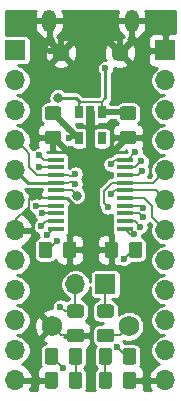
<source format=gbr>
G04 #@! TF.GenerationSoftware,KiCad,Pcbnew,(5.1.5)-3*
G04 #@! TF.CreationDate,2020-12-19T00:41:02-05:00*
G04 #@! TF.ProjectId,STM32_Breakout,53544d33-325f-4427-9265-616b6f75742e,rev?*
G04 #@! TF.SameCoordinates,Original*
G04 #@! TF.FileFunction,Copper,L2,Bot*
G04 #@! TF.FilePolarity,Positive*
%FSLAX46Y46*%
G04 Gerber Fmt 4.6, Leading zero omitted, Abs format (unit mm)*
G04 Created by KiCad (PCBNEW (5.1.5)-3) date 2020-12-19 00:41:02*
%MOMM*%
%LPD*%
G04 APERTURE LIST*
%ADD10R,1.450000X0.450000*%
%ADD11C,0.100000*%
%ADD12C,1.750000*%
%ADD13O,1.700000X1.700000*%
%ADD14R,1.700000X1.700000*%
%ADD15R,0.650000X1.060000*%
%ADD16O,1.200000X1.900000*%
%ADD17C,1.450000*%
%ADD18C,0.600000*%
%ADD19C,0.800000*%
%ADD20C,0.500000*%
%ADD21C,0.750000*%
%ADD22C,0.200000*%
%ADD23C,0.250000*%
%ADD24C,0.254000*%
G04 APERTURE END LIST*
D10*
X125320000Y-85467000D03*
X125320000Y-86117000D03*
X125320000Y-86767000D03*
X125320000Y-87417000D03*
X125320000Y-88067000D03*
X125320000Y-88717000D03*
X125320000Y-89367000D03*
X125320000Y-90017000D03*
X125320000Y-90667000D03*
X125320000Y-91317000D03*
X131220000Y-91317000D03*
X131220000Y-90667000D03*
X131220000Y-90017000D03*
X131220000Y-89367000D03*
X131220000Y-88717000D03*
X131220000Y-88067000D03*
X131220000Y-87417000D03*
X131220000Y-86767000D03*
X131220000Y-86117000D03*
X131220000Y-85467000D03*
G04 #@! TA.AperFunction,SMDPad,CuDef*
D11*
G36*
X131919505Y-83001204D02*
G01*
X131943773Y-83004804D01*
X131967572Y-83010765D01*
X131990671Y-83019030D01*
X132012850Y-83029520D01*
X132033893Y-83042132D01*
X132053599Y-83056747D01*
X132071777Y-83073223D01*
X132088253Y-83091401D01*
X132102868Y-83111107D01*
X132115480Y-83132150D01*
X132125970Y-83154329D01*
X132134235Y-83177428D01*
X132140196Y-83201227D01*
X132143796Y-83225495D01*
X132145000Y-83249999D01*
X132145000Y-83900001D01*
X132143796Y-83924505D01*
X132140196Y-83948773D01*
X132134235Y-83972572D01*
X132125970Y-83995671D01*
X132115480Y-84017850D01*
X132102868Y-84038893D01*
X132088253Y-84058599D01*
X132071777Y-84076777D01*
X132053599Y-84093253D01*
X132033893Y-84107868D01*
X132012850Y-84120480D01*
X131990671Y-84130970D01*
X131967572Y-84139235D01*
X131943773Y-84145196D01*
X131919505Y-84148796D01*
X131895001Y-84150000D01*
X130994999Y-84150000D01*
X130970495Y-84148796D01*
X130946227Y-84145196D01*
X130922428Y-84139235D01*
X130899329Y-84130970D01*
X130877150Y-84120480D01*
X130856107Y-84107868D01*
X130836401Y-84093253D01*
X130818223Y-84076777D01*
X130801747Y-84058599D01*
X130787132Y-84038893D01*
X130774520Y-84017850D01*
X130764030Y-83995671D01*
X130755765Y-83972572D01*
X130749804Y-83948773D01*
X130746204Y-83924505D01*
X130745000Y-83900001D01*
X130745000Y-83249999D01*
X130746204Y-83225495D01*
X130749804Y-83201227D01*
X130755765Y-83177428D01*
X130764030Y-83154329D01*
X130774520Y-83132150D01*
X130787132Y-83111107D01*
X130801747Y-83091401D01*
X130818223Y-83073223D01*
X130836401Y-83056747D01*
X130856107Y-83042132D01*
X130877150Y-83029520D01*
X130899329Y-83019030D01*
X130922428Y-83010765D01*
X130946227Y-83004804D01*
X130970495Y-83001204D01*
X130994999Y-83000000D01*
X131895001Y-83000000D01*
X131919505Y-83001204D01*
G37*
G04 #@! TD.AperFunction*
G04 #@! TA.AperFunction,SMDPad,CuDef*
G36*
X131919505Y-80951204D02*
G01*
X131943773Y-80954804D01*
X131967572Y-80960765D01*
X131990671Y-80969030D01*
X132012850Y-80979520D01*
X132033893Y-80992132D01*
X132053599Y-81006747D01*
X132071777Y-81023223D01*
X132088253Y-81041401D01*
X132102868Y-81061107D01*
X132115480Y-81082150D01*
X132125970Y-81104329D01*
X132134235Y-81127428D01*
X132140196Y-81151227D01*
X132143796Y-81175495D01*
X132145000Y-81199999D01*
X132145000Y-81850001D01*
X132143796Y-81874505D01*
X132140196Y-81898773D01*
X132134235Y-81922572D01*
X132125970Y-81945671D01*
X132115480Y-81967850D01*
X132102868Y-81988893D01*
X132088253Y-82008599D01*
X132071777Y-82026777D01*
X132053599Y-82043253D01*
X132033893Y-82057868D01*
X132012850Y-82070480D01*
X131990671Y-82080970D01*
X131967572Y-82089235D01*
X131943773Y-82095196D01*
X131919505Y-82098796D01*
X131895001Y-82100000D01*
X130994999Y-82100000D01*
X130970495Y-82098796D01*
X130946227Y-82095196D01*
X130922428Y-82089235D01*
X130899329Y-82080970D01*
X130877150Y-82070480D01*
X130856107Y-82057868D01*
X130836401Y-82043253D01*
X130818223Y-82026777D01*
X130801747Y-82008599D01*
X130787132Y-81988893D01*
X130774520Y-81967850D01*
X130764030Y-81945671D01*
X130755765Y-81922572D01*
X130749804Y-81898773D01*
X130746204Y-81874505D01*
X130745000Y-81850001D01*
X130745000Y-81199999D01*
X130746204Y-81175495D01*
X130749804Y-81151227D01*
X130755765Y-81127428D01*
X130764030Y-81104329D01*
X130774520Y-81082150D01*
X130787132Y-81061107D01*
X130801747Y-81041401D01*
X130818223Y-81023223D01*
X130836401Y-81006747D01*
X130856107Y-80992132D01*
X130877150Y-80979520D01*
X130899329Y-80969030D01*
X130922428Y-80960765D01*
X130946227Y-80954804D01*
X130970495Y-80951204D01*
X130994999Y-80950000D01*
X131895001Y-80950000D01*
X131919505Y-80951204D01*
G37*
G04 #@! TD.AperFunction*
D12*
X125020000Y-99568000D03*
X131520000Y-99568000D03*
D13*
X121920000Y-104140000D03*
X121920000Y-101600000D03*
X121920000Y-99060000D03*
X121920000Y-96520000D03*
X121920000Y-93980000D03*
X121920000Y-91440000D03*
X121920000Y-88900000D03*
X121920000Y-86360000D03*
X121920000Y-83820000D03*
X121920000Y-81280000D03*
X121920000Y-78740000D03*
D14*
X121920000Y-76200000D03*
D13*
X134620000Y-104140000D03*
X134620000Y-101600000D03*
X134620000Y-99060000D03*
X134620000Y-96520000D03*
X134620000Y-93980000D03*
X134620000Y-91440000D03*
X134620000Y-88900000D03*
X134620000Y-86360000D03*
X134620000Y-83820000D03*
X134620000Y-81280000D03*
X134620000Y-78740000D03*
D14*
X134620000Y-76200000D03*
D15*
X127320000Y-83650000D03*
X129220000Y-83650000D03*
X129220000Y-81450000D03*
X128270000Y-81450000D03*
X127320000Y-81450000D03*
G04 #@! TA.AperFunction,SMDPad,CuDef*
D11*
G36*
X130014505Y-99765204D02*
G01*
X130038773Y-99768804D01*
X130062572Y-99774765D01*
X130085671Y-99783030D01*
X130107850Y-99793520D01*
X130128893Y-99806132D01*
X130148599Y-99820747D01*
X130166777Y-99837223D01*
X130183253Y-99855401D01*
X130197868Y-99875107D01*
X130210480Y-99896150D01*
X130220970Y-99918329D01*
X130229235Y-99941428D01*
X130235196Y-99965227D01*
X130238796Y-99989495D01*
X130240000Y-100013999D01*
X130240000Y-100664001D01*
X130238796Y-100688505D01*
X130235196Y-100712773D01*
X130229235Y-100736572D01*
X130220970Y-100759671D01*
X130210480Y-100781850D01*
X130197868Y-100802893D01*
X130183253Y-100822599D01*
X130166777Y-100840777D01*
X130148599Y-100857253D01*
X130128893Y-100871868D01*
X130107850Y-100884480D01*
X130085671Y-100894970D01*
X130062572Y-100903235D01*
X130038773Y-100909196D01*
X130014505Y-100912796D01*
X129990001Y-100914000D01*
X129089999Y-100914000D01*
X129065495Y-100912796D01*
X129041227Y-100909196D01*
X129017428Y-100903235D01*
X128994329Y-100894970D01*
X128972150Y-100884480D01*
X128951107Y-100871868D01*
X128931401Y-100857253D01*
X128913223Y-100840777D01*
X128896747Y-100822599D01*
X128882132Y-100802893D01*
X128869520Y-100781850D01*
X128859030Y-100759671D01*
X128850765Y-100736572D01*
X128844804Y-100712773D01*
X128841204Y-100688505D01*
X128840000Y-100664001D01*
X128840000Y-100013999D01*
X128841204Y-99989495D01*
X128844804Y-99965227D01*
X128850765Y-99941428D01*
X128859030Y-99918329D01*
X128869520Y-99896150D01*
X128882132Y-99875107D01*
X128896747Y-99855401D01*
X128913223Y-99837223D01*
X128931401Y-99820747D01*
X128951107Y-99806132D01*
X128972150Y-99793520D01*
X128994329Y-99783030D01*
X129017428Y-99774765D01*
X129041227Y-99768804D01*
X129065495Y-99765204D01*
X129089999Y-99764000D01*
X129990001Y-99764000D01*
X130014505Y-99765204D01*
G37*
G04 #@! TD.AperFunction*
G04 #@! TA.AperFunction,SMDPad,CuDef*
G36*
X130014505Y-97715204D02*
G01*
X130038773Y-97718804D01*
X130062572Y-97724765D01*
X130085671Y-97733030D01*
X130107850Y-97743520D01*
X130128893Y-97756132D01*
X130148599Y-97770747D01*
X130166777Y-97787223D01*
X130183253Y-97805401D01*
X130197868Y-97825107D01*
X130210480Y-97846150D01*
X130220970Y-97868329D01*
X130229235Y-97891428D01*
X130235196Y-97915227D01*
X130238796Y-97939495D01*
X130240000Y-97963999D01*
X130240000Y-98614001D01*
X130238796Y-98638505D01*
X130235196Y-98662773D01*
X130229235Y-98686572D01*
X130220970Y-98709671D01*
X130210480Y-98731850D01*
X130197868Y-98752893D01*
X130183253Y-98772599D01*
X130166777Y-98790777D01*
X130148599Y-98807253D01*
X130128893Y-98821868D01*
X130107850Y-98834480D01*
X130085671Y-98844970D01*
X130062572Y-98853235D01*
X130038773Y-98859196D01*
X130014505Y-98862796D01*
X129990001Y-98864000D01*
X129089999Y-98864000D01*
X129065495Y-98862796D01*
X129041227Y-98859196D01*
X129017428Y-98853235D01*
X128994329Y-98844970D01*
X128972150Y-98834480D01*
X128951107Y-98821868D01*
X128931401Y-98807253D01*
X128913223Y-98790777D01*
X128896747Y-98772599D01*
X128882132Y-98752893D01*
X128869520Y-98731850D01*
X128859030Y-98709671D01*
X128850765Y-98686572D01*
X128844804Y-98662773D01*
X128841204Y-98638505D01*
X128840000Y-98614001D01*
X128840000Y-97963999D01*
X128841204Y-97939495D01*
X128844804Y-97915227D01*
X128850765Y-97891428D01*
X128859030Y-97868329D01*
X128869520Y-97846150D01*
X128882132Y-97825107D01*
X128896747Y-97805401D01*
X128913223Y-97787223D01*
X128931401Y-97770747D01*
X128951107Y-97756132D01*
X128972150Y-97743520D01*
X128994329Y-97733030D01*
X129017428Y-97724765D01*
X129041227Y-97718804D01*
X129065495Y-97715204D01*
X129089999Y-97714000D01*
X129990001Y-97714000D01*
X130014505Y-97715204D01*
G37*
G04 #@! TD.AperFunction*
G04 #@! TA.AperFunction,SMDPad,CuDef*
G36*
X129880505Y-101409204D02*
G01*
X129904773Y-101412804D01*
X129928572Y-101418765D01*
X129951671Y-101427030D01*
X129973850Y-101437520D01*
X129994893Y-101450132D01*
X130014599Y-101464747D01*
X130032777Y-101481223D01*
X130049253Y-101499401D01*
X130063868Y-101519107D01*
X130076480Y-101540150D01*
X130086970Y-101562329D01*
X130095235Y-101585428D01*
X130101196Y-101609227D01*
X130104796Y-101633495D01*
X130106000Y-101657999D01*
X130106000Y-102558001D01*
X130104796Y-102582505D01*
X130101196Y-102606773D01*
X130095235Y-102630572D01*
X130086970Y-102653671D01*
X130076480Y-102675850D01*
X130063868Y-102696893D01*
X130049253Y-102716599D01*
X130032777Y-102734777D01*
X130014599Y-102751253D01*
X129994893Y-102765868D01*
X129973850Y-102778480D01*
X129951671Y-102788970D01*
X129928572Y-102797235D01*
X129904773Y-102803196D01*
X129880505Y-102806796D01*
X129856001Y-102808000D01*
X129205999Y-102808000D01*
X129181495Y-102806796D01*
X129157227Y-102803196D01*
X129133428Y-102797235D01*
X129110329Y-102788970D01*
X129088150Y-102778480D01*
X129067107Y-102765868D01*
X129047401Y-102751253D01*
X129029223Y-102734777D01*
X129012747Y-102716599D01*
X128998132Y-102696893D01*
X128985520Y-102675850D01*
X128975030Y-102653671D01*
X128966765Y-102630572D01*
X128960804Y-102606773D01*
X128957204Y-102582505D01*
X128956000Y-102558001D01*
X128956000Y-101657999D01*
X128957204Y-101633495D01*
X128960804Y-101609227D01*
X128966765Y-101585428D01*
X128975030Y-101562329D01*
X128985520Y-101540150D01*
X128998132Y-101519107D01*
X129012747Y-101499401D01*
X129029223Y-101481223D01*
X129047401Y-101464747D01*
X129067107Y-101450132D01*
X129088150Y-101437520D01*
X129110329Y-101427030D01*
X129133428Y-101418765D01*
X129157227Y-101412804D01*
X129181495Y-101409204D01*
X129205999Y-101408000D01*
X129856001Y-101408000D01*
X129880505Y-101409204D01*
G37*
G04 #@! TD.AperFunction*
G04 #@! TA.AperFunction,SMDPad,CuDef*
G36*
X131930505Y-101409204D02*
G01*
X131954773Y-101412804D01*
X131978572Y-101418765D01*
X132001671Y-101427030D01*
X132023850Y-101437520D01*
X132044893Y-101450132D01*
X132064599Y-101464747D01*
X132082777Y-101481223D01*
X132099253Y-101499401D01*
X132113868Y-101519107D01*
X132126480Y-101540150D01*
X132136970Y-101562329D01*
X132145235Y-101585428D01*
X132151196Y-101609227D01*
X132154796Y-101633495D01*
X132156000Y-101657999D01*
X132156000Y-102558001D01*
X132154796Y-102582505D01*
X132151196Y-102606773D01*
X132145235Y-102630572D01*
X132136970Y-102653671D01*
X132126480Y-102675850D01*
X132113868Y-102696893D01*
X132099253Y-102716599D01*
X132082777Y-102734777D01*
X132064599Y-102751253D01*
X132044893Y-102765868D01*
X132023850Y-102778480D01*
X132001671Y-102788970D01*
X131978572Y-102797235D01*
X131954773Y-102803196D01*
X131930505Y-102806796D01*
X131906001Y-102808000D01*
X131255999Y-102808000D01*
X131231495Y-102806796D01*
X131207227Y-102803196D01*
X131183428Y-102797235D01*
X131160329Y-102788970D01*
X131138150Y-102778480D01*
X131117107Y-102765868D01*
X131097401Y-102751253D01*
X131079223Y-102734777D01*
X131062747Y-102716599D01*
X131048132Y-102696893D01*
X131035520Y-102675850D01*
X131025030Y-102653671D01*
X131016765Y-102630572D01*
X131010804Y-102606773D01*
X131007204Y-102582505D01*
X131006000Y-102558001D01*
X131006000Y-101657999D01*
X131007204Y-101633495D01*
X131010804Y-101609227D01*
X131016765Y-101585428D01*
X131025030Y-101562329D01*
X131035520Y-101540150D01*
X131048132Y-101519107D01*
X131062747Y-101499401D01*
X131079223Y-101481223D01*
X131097401Y-101464747D01*
X131117107Y-101450132D01*
X131138150Y-101437520D01*
X131160329Y-101427030D01*
X131183428Y-101418765D01*
X131207227Y-101412804D01*
X131231495Y-101409204D01*
X131255999Y-101408000D01*
X131906001Y-101408000D01*
X131930505Y-101409204D01*
G37*
G04 #@! TD.AperFunction*
G04 #@! TA.AperFunction,SMDPad,CuDef*
G36*
X127358505Y-101409204D02*
G01*
X127382773Y-101412804D01*
X127406572Y-101418765D01*
X127429671Y-101427030D01*
X127451850Y-101437520D01*
X127472893Y-101450132D01*
X127492599Y-101464747D01*
X127510777Y-101481223D01*
X127527253Y-101499401D01*
X127541868Y-101519107D01*
X127554480Y-101540150D01*
X127564970Y-101562329D01*
X127573235Y-101585428D01*
X127579196Y-101609227D01*
X127582796Y-101633495D01*
X127584000Y-101657999D01*
X127584000Y-102558001D01*
X127582796Y-102582505D01*
X127579196Y-102606773D01*
X127573235Y-102630572D01*
X127564970Y-102653671D01*
X127554480Y-102675850D01*
X127541868Y-102696893D01*
X127527253Y-102716599D01*
X127510777Y-102734777D01*
X127492599Y-102751253D01*
X127472893Y-102765868D01*
X127451850Y-102778480D01*
X127429671Y-102788970D01*
X127406572Y-102797235D01*
X127382773Y-102803196D01*
X127358505Y-102806796D01*
X127334001Y-102808000D01*
X126683999Y-102808000D01*
X126659495Y-102806796D01*
X126635227Y-102803196D01*
X126611428Y-102797235D01*
X126588329Y-102788970D01*
X126566150Y-102778480D01*
X126545107Y-102765868D01*
X126525401Y-102751253D01*
X126507223Y-102734777D01*
X126490747Y-102716599D01*
X126476132Y-102696893D01*
X126463520Y-102675850D01*
X126453030Y-102653671D01*
X126444765Y-102630572D01*
X126438804Y-102606773D01*
X126435204Y-102582505D01*
X126434000Y-102558001D01*
X126434000Y-101657999D01*
X126435204Y-101633495D01*
X126438804Y-101609227D01*
X126444765Y-101585428D01*
X126453030Y-101562329D01*
X126463520Y-101540150D01*
X126476132Y-101519107D01*
X126490747Y-101499401D01*
X126507223Y-101481223D01*
X126525401Y-101464747D01*
X126545107Y-101450132D01*
X126566150Y-101437520D01*
X126588329Y-101427030D01*
X126611428Y-101418765D01*
X126635227Y-101412804D01*
X126659495Y-101409204D01*
X126683999Y-101408000D01*
X127334001Y-101408000D01*
X127358505Y-101409204D01*
G37*
G04 #@! TD.AperFunction*
G04 #@! TA.AperFunction,SMDPad,CuDef*
G36*
X125308505Y-101409204D02*
G01*
X125332773Y-101412804D01*
X125356572Y-101418765D01*
X125379671Y-101427030D01*
X125401850Y-101437520D01*
X125422893Y-101450132D01*
X125442599Y-101464747D01*
X125460777Y-101481223D01*
X125477253Y-101499401D01*
X125491868Y-101519107D01*
X125504480Y-101540150D01*
X125514970Y-101562329D01*
X125523235Y-101585428D01*
X125529196Y-101609227D01*
X125532796Y-101633495D01*
X125534000Y-101657999D01*
X125534000Y-102558001D01*
X125532796Y-102582505D01*
X125529196Y-102606773D01*
X125523235Y-102630572D01*
X125514970Y-102653671D01*
X125504480Y-102675850D01*
X125491868Y-102696893D01*
X125477253Y-102716599D01*
X125460777Y-102734777D01*
X125442599Y-102751253D01*
X125422893Y-102765868D01*
X125401850Y-102778480D01*
X125379671Y-102788970D01*
X125356572Y-102797235D01*
X125332773Y-102803196D01*
X125308505Y-102806796D01*
X125284001Y-102808000D01*
X124633999Y-102808000D01*
X124609495Y-102806796D01*
X124585227Y-102803196D01*
X124561428Y-102797235D01*
X124538329Y-102788970D01*
X124516150Y-102778480D01*
X124495107Y-102765868D01*
X124475401Y-102751253D01*
X124457223Y-102734777D01*
X124440747Y-102716599D01*
X124426132Y-102696893D01*
X124413520Y-102675850D01*
X124403030Y-102653671D01*
X124394765Y-102630572D01*
X124388804Y-102606773D01*
X124385204Y-102582505D01*
X124384000Y-102558001D01*
X124384000Y-101657999D01*
X124385204Y-101633495D01*
X124388804Y-101609227D01*
X124394765Y-101585428D01*
X124403030Y-101562329D01*
X124413520Y-101540150D01*
X124426132Y-101519107D01*
X124440747Y-101499401D01*
X124457223Y-101481223D01*
X124475401Y-101464747D01*
X124495107Y-101450132D01*
X124516150Y-101437520D01*
X124538329Y-101427030D01*
X124561428Y-101418765D01*
X124585227Y-101412804D01*
X124609495Y-101409204D01*
X124633999Y-101408000D01*
X125284001Y-101408000D01*
X125308505Y-101409204D01*
G37*
G04 #@! TD.AperFunction*
G04 #@! TA.AperFunction,SMDPad,CuDef*
G36*
X127474505Y-99765204D02*
G01*
X127498773Y-99768804D01*
X127522572Y-99774765D01*
X127545671Y-99783030D01*
X127567850Y-99793520D01*
X127588893Y-99806132D01*
X127608599Y-99820747D01*
X127626777Y-99837223D01*
X127643253Y-99855401D01*
X127657868Y-99875107D01*
X127670480Y-99896150D01*
X127680970Y-99918329D01*
X127689235Y-99941428D01*
X127695196Y-99965227D01*
X127698796Y-99989495D01*
X127700000Y-100013999D01*
X127700000Y-100664001D01*
X127698796Y-100688505D01*
X127695196Y-100712773D01*
X127689235Y-100736572D01*
X127680970Y-100759671D01*
X127670480Y-100781850D01*
X127657868Y-100802893D01*
X127643253Y-100822599D01*
X127626777Y-100840777D01*
X127608599Y-100857253D01*
X127588893Y-100871868D01*
X127567850Y-100884480D01*
X127545671Y-100894970D01*
X127522572Y-100903235D01*
X127498773Y-100909196D01*
X127474505Y-100912796D01*
X127450001Y-100914000D01*
X126549999Y-100914000D01*
X126525495Y-100912796D01*
X126501227Y-100909196D01*
X126477428Y-100903235D01*
X126454329Y-100894970D01*
X126432150Y-100884480D01*
X126411107Y-100871868D01*
X126391401Y-100857253D01*
X126373223Y-100840777D01*
X126356747Y-100822599D01*
X126342132Y-100802893D01*
X126329520Y-100781850D01*
X126319030Y-100759671D01*
X126310765Y-100736572D01*
X126304804Y-100712773D01*
X126301204Y-100688505D01*
X126300000Y-100664001D01*
X126300000Y-100013999D01*
X126301204Y-99989495D01*
X126304804Y-99965227D01*
X126310765Y-99941428D01*
X126319030Y-99918329D01*
X126329520Y-99896150D01*
X126342132Y-99875107D01*
X126356747Y-99855401D01*
X126373223Y-99837223D01*
X126391401Y-99820747D01*
X126411107Y-99806132D01*
X126432150Y-99793520D01*
X126454329Y-99783030D01*
X126477428Y-99774765D01*
X126501227Y-99768804D01*
X126525495Y-99765204D01*
X126549999Y-99764000D01*
X127450001Y-99764000D01*
X127474505Y-99765204D01*
G37*
G04 #@! TD.AperFunction*
G04 #@! TA.AperFunction,SMDPad,CuDef*
G36*
X127474505Y-97715204D02*
G01*
X127498773Y-97718804D01*
X127522572Y-97724765D01*
X127545671Y-97733030D01*
X127567850Y-97743520D01*
X127588893Y-97756132D01*
X127608599Y-97770747D01*
X127626777Y-97787223D01*
X127643253Y-97805401D01*
X127657868Y-97825107D01*
X127670480Y-97846150D01*
X127680970Y-97868329D01*
X127689235Y-97891428D01*
X127695196Y-97915227D01*
X127698796Y-97939495D01*
X127700000Y-97963999D01*
X127700000Y-98614001D01*
X127698796Y-98638505D01*
X127695196Y-98662773D01*
X127689235Y-98686572D01*
X127680970Y-98709671D01*
X127670480Y-98731850D01*
X127657868Y-98752893D01*
X127643253Y-98772599D01*
X127626777Y-98790777D01*
X127608599Y-98807253D01*
X127588893Y-98821868D01*
X127567850Y-98834480D01*
X127545671Y-98844970D01*
X127522572Y-98853235D01*
X127498773Y-98859196D01*
X127474505Y-98862796D01*
X127450001Y-98864000D01*
X126549999Y-98864000D01*
X126525495Y-98862796D01*
X126501227Y-98859196D01*
X126477428Y-98853235D01*
X126454329Y-98844970D01*
X126432150Y-98834480D01*
X126411107Y-98821868D01*
X126391401Y-98807253D01*
X126373223Y-98790777D01*
X126356747Y-98772599D01*
X126342132Y-98752893D01*
X126329520Y-98731850D01*
X126319030Y-98709671D01*
X126310765Y-98686572D01*
X126304804Y-98662773D01*
X126301204Y-98638505D01*
X126300000Y-98614001D01*
X126300000Y-97963999D01*
X126301204Y-97939495D01*
X126304804Y-97915227D01*
X126310765Y-97891428D01*
X126319030Y-97868329D01*
X126329520Y-97846150D01*
X126342132Y-97825107D01*
X126356747Y-97805401D01*
X126373223Y-97787223D01*
X126391401Y-97770747D01*
X126411107Y-97756132D01*
X126432150Y-97743520D01*
X126454329Y-97733030D01*
X126477428Y-97724765D01*
X126501227Y-97718804D01*
X126525495Y-97715204D01*
X126549999Y-97714000D01*
X127450001Y-97714000D01*
X127474505Y-97715204D01*
G37*
G04 #@! TD.AperFunction*
D13*
X127000000Y-96012000D03*
D14*
X129540000Y-96012000D03*
D16*
X124770000Y-73692500D03*
X131770000Y-73692500D03*
D17*
X125770000Y-76392500D03*
X130770000Y-76392500D03*
G04 #@! TA.AperFunction,SMDPad,CuDef*
D11*
G36*
X129880505Y-103441204D02*
G01*
X129904773Y-103444804D01*
X129928572Y-103450765D01*
X129951671Y-103459030D01*
X129973850Y-103469520D01*
X129994893Y-103482132D01*
X130014599Y-103496747D01*
X130032777Y-103513223D01*
X130049253Y-103531401D01*
X130063868Y-103551107D01*
X130076480Y-103572150D01*
X130086970Y-103594329D01*
X130095235Y-103617428D01*
X130101196Y-103641227D01*
X130104796Y-103665495D01*
X130106000Y-103689999D01*
X130106000Y-104590001D01*
X130104796Y-104614505D01*
X130101196Y-104638773D01*
X130095235Y-104662572D01*
X130086970Y-104685671D01*
X130076480Y-104707850D01*
X130063868Y-104728893D01*
X130049253Y-104748599D01*
X130032777Y-104766777D01*
X130014599Y-104783253D01*
X129994893Y-104797868D01*
X129973850Y-104810480D01*
X129951671Y-104820970D01*
X129928572Y-104829235D01*
X129904773Y-104835196D01*
X129880505Y-104838796D01*
X129856001Y-104840000D01*
X129205999Y-104840000D01*
X129181495Y-104838796D01*
X129157227Y-104835196D01*
X129133428Y-104829235D01*
X129110329Y-104820970D01*
X129088150Y-104810480D01*
X129067107Y-104797868D01*
X129047401Y-104783253D01*
X129029223Y-104766777D01*
X129012747Y-104748599D01*
X128998132Y-104728893D01*
X128985520Y-104707850D01*
X128975030Y-104685671D01*
X128966765Y-104662572D01*
X128960804Y-104638773D01*
X128957204Y-104614505D01*
X128956000Y-104590001D01*
X128956000Y-103689999D01*
X128957204Y-103665495D01*
X128960804Y-103641227D01*
X128966765Y-103617428D01*
X128975030Y-103594329D01*
X128985520Y-103572150D01*
X128998132Y-103551107D01*
X129012747Y-103531401D01*
X129029223Y-103513223D01*
X129047401Y-103496747D01*
X129067107Y-103482132D01*
X129088150Y-103469520D01*
X129110329Y-103459030D01*
X129133428Y-103450765D01*
X129157227Y-103444804D01*
X129181495Y-103441204D01*
X129205999Y-103440000D01*
X129856001Y-103440000D01*
X129880505Y-103441204D01*
G37*
G04 #@! TD.AperFunction*
G04 #@! TA.AperFunction,SMDPad,CuDef*
G36*
X131930505Y-103441204D02*
G01*
X131954773Y-103444804D01*
X131978572Y-103450765D01*
X132001671Y-103459030D01*
X132023850Y-103469520D01*
X132044893Y-103482132D01*
X132064599Y-103496747D01*
X132082777Y-103513223D01*
X132099253Y-103531401D01*
X132113868Y-103551107D01*
X132126480Y-103572150D01*
X132136970Y-103594329D01*
X132145235Y-103617428D01*
X132151196Y-103641227D01*
X132154796Y-103665495D01*
X132156000Y-103689999D01*
X132156000Y-104590001D01*
X132154796Y-104614505D01*
X132151196Y-104638773D01*
X132145235Y-104662572D01*
X132136970Y-104685671D01*
X132126480Y-104707850D01*
X132113868Y-104728893D01*
X132099253Y-104748599D01*
X132082777Y-104766777D01*
X132064599Y-104783253D01*
X132044893Y-104797868D01*
X132023850Y-104810480D01*
X132001671Y-104820970D01*
X131978572Y-104829235D01*
X131954773Y-104835196D01*
X131930505Y-104838796D01*
X131906001Y-104840000D01*
X131255999Y-104840000D01*
X131231495Y-104838796D01*
X131207227Y-104835196D01*
X131183428Y-104829235D01*
X131160329Y-104820970D01*
X131138150Y-104810480D01*
X131117107Y-104797868D01*
X131097401Y-104783253D01*
X131079223Y-104766777D01*
X131062747Y-104748599D01*
X131048132Y-104728893D01*
X131035520Y-104707850D01*
X131025030Y-104685671D01*
X131016765Y-104662572D01*
X131010804Y-104638773D01*
X131007204Y-104614505D01*
X131006000Y-104590001D01*
X131006000Y-103689999D01*
X131007204Y-103665495D01*
X131010804Y-103641227D01*
X131016765Y-103617428D01*
X131025030Y-103594329D01*
X131035520Y-103572150D01*
X131048132Y-103551107D01*
X131062747Y-103531401D01*
X131079223Y-103513223D01*
X131097401Y-103496747D01*
X131117107Y-103482132D01*
X131138150Y-103469520D01*
X131160329Y-103459030D01*
X131183428Y-103450765D01*
X131207227Y-103444804D01*
X131231495Y-103441204D01*
X131255999Y-103440000D01*
X131906001Y-103440000D01*
X131930505Y-103441204D01*
G37*
G04 #@! TD.AperFunction*
G04 #@! TA.AperFunction,SMDPad,CuDef*
G36*
X127358505Y-103441204D02*
G01*
X127382773Y-103444804D01*
X127406572Y-103450765D01*
X127429671Y-103459030D01*
X127451850Y-103469520D01*
X127472893Y-103482132D01*
X127492599Y-103496747D01*
X127510777Y-103513223D01*
X127527253Y-103531401D01*
X127541868Y-103551107D01*
X127554480Y-103572150D01*
X127564970Y-103594329D01*
X127573235Y-103617428D01*
X127579196Y-103641227D01*
X127582796Y-103665495D01*
X127584000Y-103689999D01*
X127584000Y-104590001D01*
X127582796Y-104614505D01*
X127579196Y-104638773D01*
X127573235Y-104662572D01*
X127564970Y-104685671D01*
X127554480Y-104707850D01*
X127541868Y-104728893D01*
X127527253Y-104748599D01*
X127510777Y-104766777D01*
X127492599Y-104783253D01*
X127472893Y-104797868D01*
X127451850Y-104810480D01*
X127429671Y-104820970D01*
X127406572Y-104829235D01*
X127382773Y-104835196D01*
X127358505Y-104838796D01*
X127334001Y-104840000D01*
X126683999Y-104840000D01*
X126659495Y-104838796D01*
X126635227Y-104835196D01*
X126611428Y-104829235D01*
X126588329Y-104820970D01*
X126566150Y-104810480D01*
X126545107Y-104797868D01*
X126525401Y-104783253D01*
X126507223Y-104766777D01*
X126490747Y-104748599D01*
X126476132Y-104728893D01*
X126463520Y-104707850D01*
X126453030Y-104685671D01*
X126444765Y-104662572D01*
X126438804Y-104638773D01*
X126435204Y-104614505D01*
X126434000Y-104590001D01*
X126434000Y-103689999D01*
X126435204Y-103665495D01*
X126438804Y-103641227D01*
X126444765Y-103617428D01*
X126453030Y-103594329D01*
X126463520Y-103572150D01*
X126476132Y-103551107D01*
X126490747Y-103531401D01*
X126507223Y-103513223D01*
X126525401Y-103496747D01*
X126545107Y-103482132D01*
X126566150Y-103469520D01*
X126588329Y-103459030D01*
X126611428Y-103450765D01*
X126635227Y-103444804D01*
X126659495Y-103441204D01*
X126683999Y-103440000D01*
X127334001Y-103440000D01*
X127358505Y-103441204D01*
G37*
G04 #@! TD.AperFunction*
G04 #@! TA.AperFunction,SMDPad,CuDef*
G36*
X125308505Y-103441204D02*
G01*
X125332773Y-103444804D01*
X125356572Y-103450765D01*
X125379671Y-103459030D01*
X125401850Y-103469520D01*
X125422893Y-103482132D01*
X125442599Y-103496747D01*
X125460777Y-103513223D01*
X125477253Y-103531401D01*
X125491868Y-103551107D01*
X125504480Y-103572150D01*
X125514970Y-103594329D01*
X125523235Y-103617428D01*
X125529196Y-103641227D01*
X125532796Y-103665495D01*
X125534000Y-103689999D01*
X125534000Y-104590001D01*
X125532796Y-104614505D01*
X125529196Y-104638773D01*
X125523235Y-104662572D01*
X125514970Y-104685671D01*
X125504480Y-104707850D01*
X125491868Y-104728893D01*
X125477253Y-104748599D01*
X125460777Y-104766777D01*
X125442599Y-104783253D01*
X125422893Y-104797868D01*
X125401850Y-104810480D01*
X125379671Y-104820970D01*
X125356572Y-104829235D01*
X125332773Y-104835196D01*
X125308505Y-104838796D01*
X125284001Y-104840000D01*
X124633999Y-104840000D01*
X124609495Y-104838796D01*
X124585227Y-104835196D01*
X124561428Y-104829235D01*
X124538329Y-104820970D01*
X124516150Y-104810480D01*
X124495107Y-104797868D01*
X124475401Y-104783253D01*
X124457223Y-104766777D01*
X124440747Y-104748599D01*
X124426132Y-104728893D01*
X124413520Y-104707850D01*
X124403030Y-104685671D01*
X124394765Y-104662572D01*
X124388804Y-104638773D01*
X124385204Y-104614505D01*
X124384000Y-104590001D01*
X124384000Y-103689999D01*
X124385204Y-103665495D01*
X124388804Y-103641227D01*
X124394765Y-103617428D01*
X124403030Y-103594329D01*
X124413520Y-103572150D01*
X124426132Y-103551107D01*
X124440747Y-103531401D01*
X124457223Y-103513223D01*
X124475401Y-103496747D01*
X124495107Y-103482132D01*
X124516150Y-103469520D01*
X124538329Y-103459030D01*
X124561428Y-103450765D01*
X124585227Y-103444804D01*
X124609495Y-103441204D01*
X124633999Y-103440000D01*
X125284001Y-103440000D01*
X125308505Y-103441204D01*
G37*
G04 #@! TD.AperFunction*
G04 #@! TA.AperFunction,SMDPad,CuDef*
G36*
X125569505Y-83001204D02*
G01*
X125593773Y-83004804D01*
X125617572Y-83010765D01*
X125640671Y-83019030D01*
X125662850Y-83029520D01*
X125683893Y-83042132D01*
X125703599Y-83056747D01*
X125721777Y-83073223D01*
X125738253Y-83091401D01*
X125752868Y-83111107D01*
X125765480Y-83132150D01*
X125775970Y-83154329D01*
X125784235Y-83177428D01*
X125790196Y-83201227D01*
X125793796Y-83225495D01*
X125795000Y-83249999D01*
X125795000Y-83900001D01*
X125793796Y-83924505D01*
X125790196Y-83948773D01*
X125784235Y-83972572D01*
X125775970Y-83995671D01*
X125765480Y-84017850D01*
X125752868Y-84038893D01*
X125738253Y-84058599D01*
X125721777Y-84076777D01*
X125703599Y-84093253D01*
X125683893Y-84107868D01*
X125662850Y-84120480D01*
X125640671Y-84130970D01*
X125617572Y-84139235D01*
X125593773Y-84145196D01*
X125569505Y-84148796D01*
X125545001Y-84150000D01*
X124644999Y-84150000D01*
X124620495Y-84148796D01*
X124596227Y-84145196D01*
X124572428Y-84139235D01*
X124549329Y-84130970D01*
X124527150Y-84120480D01*
X124506107Y-84107868D01*
X124486401Y-84093253D01*
X124468223Y-84076777D01*
X124451747Y-84058599D01*
X124437132Y-84038893D01*
X124424520Y-84017850D01*
X124414030Y-83995671D01*
X124405765Y-83972572D01*
X124399804Y-83948773D01*
X124396204Y-83924505D01*
X124395000Y-83900001D01*
X124395000Y-83249999D01*
X124396204Y-83225495D01*
X124399804Y-83201227D01*
X124405765Y-83177428D01*
X124414030Y-83154329D01*
X124424520Y-83132150D01*
X124437132Y-83111107D01*
X124451747Y-83091401D01*
X124468223Y-83073223D01*
X124486401Y-83056747D01*
X124506107Y-83042132D01*
X124527150Y-83029520D01*
X124549329Y-83019030D01*
X124572428Y-83010765D01*
X124596227Y-83004804D01*
X124620495Y-83001204D01*
X124644999Y-83000000D01*
X125545001Y-83000000D01*
X125569505Y-83001204D01*
G37*
G04 #@! TD.AperFunction*
G04 #@! TA.AperFunction,SMDPad,CuDef*
G36*
X125569505Y-80951204D02*
G01*
X125593773Y-80954804D01*
X125617572Y-80960765D01*
X125640671Y-80969030D01*
X125662850Y-80979520D01*
X125683893Y-80992132D01*
X125703599Y-81006747D01*
X125721777Y-81023223D01*
X125738253Y-81041401D01*
X125752868Y-81061107D01*
X125765480Y-81082150D01*
X125775970Y-81104329D01*
X125784235Y-81127428D01*
X125790196Y-81151227D01*
X125793796Y-81175495D01*
X125795000Y-81199999D01*
X125795000Y-81850001D01*
X125793796Y-81874505D01*
X125790196Y-81898773D01*
X125784235Y-81922572D01*
X125775970Y-81945671D01*
X125765480Y-81967850D01*
X125752868Y-81988893D01*
X125738253Y-82008599D01*
X125721777Y-82026777D01*
X125703599Y-82043253D01*
X125683893Y-82057868D01*
X125662850Y-82070480D01*
X125640671Y-82080970D01*
X125617572Y-82089235D01*
X125593773Y-82095196D01*
X125569505Y-82098796D01*
X125545001Y-82100000D01*
X124644999Y-82100000D01*
X124620495Y-82098796D01*
X124596227Y-82095196D01*
X124572428Y-82089235D01*
X124549329Y-82080970D01*
X124527150Y-82070480D01*
X124506107Y-82057868D01*
X124486401Y-82043253D01*
X124468223Y-82026777D01*
X124451747Y-82008599D01*
X124437132Y-81988893D01*
X124424520Y-81967850D01*
X124414030Y-81945671D01*
X124405765Y-81922572D01*
X124399804Y-81898773D01*
X124396204Y-81874505D01*
X124395000Y-81850001D01*
X124395000Y-81199999D01*
X124396204Y-81175495D01*
X124399804Y-81151227D01*
X124405765Y-81127428D01*
X124414030Y-81104329D01*
X124424520Y-81082150D01*
X124437132Y-81061107D01*
X124451747Y-81041401D01*
X124468223Y-81023223D01*
X124486401Y-81006747D01*
X124506107Y-80992132D01*
X124527150Y-80979520D01*
X124549329Y-80969030D01*
X124572428Y-80960765D01*
X124596227Y-80954804D01*
X124620495Y-80951204D01*
X124644999Y-80950000D01*
X125545001Y-80950000D01*
X125569505Y-80951204D01*
G37*
G04 #@! TD.AperFunction*
G04 #@! TA.AperFunction,SMDPad,CuDef*
G36*
X130388505Y-92392204D02*
G01*
X130412773Y-92395804D01*
X130436572Y-92401765D01*
X130459671Y-92410030D01*
X130481850Y-92420520D01*
X130502893Y-92433132D01*
X130522599Y-92447747D01*
X130540777Y-92464223D01*
X130557253Y-92482401D01*
X130571868Y-92502107D01*
X130584480Y-92523150D01*
X130594970Y-92545329D01*
X130603235Y-92568428D01*
X130609196Y-92592227D01*
X130612796Y-92616495D01*
X130614000Y-92640999D01*
X130614000Y-93541001D01*
X130612796Y-93565505D01*
X130609196Y-93589773D01*
X130603235Y-93613572D01*
X130594970Y-93636671D01*
X130584480Y-93658850D01*
X130571868Y-93679893D01*
X130557253Y-93699599D01*
X130540777Y-93717777D01*
X130522599Y-93734253D01*
X130502893Y-93748868D01*
X130481850Y-93761480D01*
X130459671Y-93771970D01*
X130436572Y-93780235D01*
X130412773Y-93786196D01*
X130388505Y-93789796D01*
X130364001Y-93791000D01*
X129713999Y-93791000D01*
X129689495Y-93789796D01*
X129665227Y-93786196D01*
X129641428Y-93780235D01*
X129618329Y-93771970D01*
X129596150Y-93761480D01*
X129575107Y-93748868D01*
X129555401Y-93734253D01*
X129537223Y-93717777D01*
X129520747Y-93699599D01*
X129506132Y-93679893D01*
X129493520Y-93658850D01*
X129483030Y-93636671D01*
X129474765Y-93613572D01*
X129468804Y-93589773D01*
X129465204Y-93565505D01*
X129464000Y-93541001D01*
X129464000Y-92640999D01*
X129465204Y-92616495D01*
X129468804Y-92592227D01*
X129474765Y-92568428D01*
X129483030Y-92545329D01*
X129493520Y-92523150D01*
X129506132Y-92502107D01*
X129520747Y-92482401D01*
X129537223Y-92464223D01*
X129555401Y-92447747D01*
X129575107Y-92433132D01*
X129596150Y-92420520D01*
X129618329Y-92410030D01*
X129641428Y-92401765D01*
X129665227Y-92395804D01*
X129689495Y-92392204D01*
X129713999Y-92391000D01*
X130364001Y-92391000D01*
X130388505Y-92392204D01*
G37*
G04 #@! TD.AperFunction*
G04 #@! TA.AperFunction,SMDPad,CuDef*
G36*
X132438505Y-92392204D02*
G01*
X132462773Y-92395804D01*
X132486572Y-92401765D01*
X132509671Y-92410030D01*
X132531850Y-92420520D01*
X132552893Y-92433132D01*
X132572599Y-92447747D01*
X132590777Y-92464223D01*
X132607253Y-92482401D01*
X132621868Y-92502107D01*
X132634480Y-92523150D01*
X132644970Y-92545329D01*
X132653235Y-92568428D01*
X132659196Y-92592227D01*
X132662796Y-92616495D01*
X132664000Y-92640999D01*
X132664000Y-93541001D01*
X132662796Y-93565505D01*
X132659196Y-93589773D01*
X132653235Y-93613572D01*
X132644970Y-93636671D01*
X132634480Y-93658850D01*
X132621868Y-93679893D01*
X132607253Y-93699599D01*
X132590777Y-93717777D01*
X132572599Y-93734253D01*
X132552893Y-93748868D01*
X132531850Y-93761480D01*
X132509671Y-93771970D01*
X132486572Y-93780235D01*
X132462773Y-93786196D01*
X132438505Y-93789796D01*
X132414001Y-93791000D01*
X131763999Y-93791000D01*
X131739495Y-93789796D01*
X131715227Y-93786196D01*
X131691428Y-93780235D01*
X131668329Y-93771970D01*
X131646150Y-93761480D01*
X131625107Y-93748868D01*
X131605401Y-93734253D01*
X131587223Y-93717777D01*
X131570747Y-93699599D01*
X131556132Y-93679893D01*
X131543520Y-93658850D01*
X131533030Y-93636671D01*
X131524765Y-93613572D01*
X131518804Y-93589773D01*
X131515204Y-93565505D01*
X131514000Y-93541001D01*
X131514000Y-92640999D01*
X131515204Y-92616495D01*
X131518804Y-92592227D01*
X131524765Y-92568428D01*
X131533030Y-92545329D01*
X131543520Y-92523150D01*
X131556132Y-92502107D01*
X131570747Y-92482401D01*
X131587223Y-92464223D01*
X131605401Y-92447747D01*
X131625107Y-92433132D01*
X131646150Y-92420520D01*
X131668329Y-92410030D01*
X131691428Y-92401765D01*
X131715227Y-92395804D01*
X131739495Y-92392204D01*
X131763999Y-92391000D01*
X132414001Y-92391000D01*
X132438505Y-92392204D01*
G37*
G04 #@! TD.AperFunction*
G04 #@! TA.AperFunction,SMDPad,CuDef*
G36*
X126850505Y-92392204D02*
G01*
X126874773Y-92395804D01*
X126898572Y-92401765D01*
X126921671Y-92410030D01*
X126943850Y-92420520D01*
X126964893Y-92433132D01*
X126984599Y-92447747D01*
X127002777Y-92464223D01*
X127019253Y-92482401D01*
X127033868Y-92502107D01*
X127046480Y-92523150D01*
X127056970Y-92545329D01*
X127065235Y-92568428D01*
X127071196Y-92592227D01*
X127074796Y-92616495D01*
X127076000Y-92640999D01*
X127076000Y-93541001D01*
X127074796Y-93565505D01*
X127071196Y-93589773D01*
X127065235Y-93613572D01*
X127056970Y-93636671D01*
X127046480Y-93658850D01*
X127033868Y-93679893D01*
X127019253Y-93699599D01*
X127002777Y-93717777D01*
X126984599Y-93734253D01*
X126964893Y-93748868D01*
X126943850Y-93761480D01*
X126921671Y-93771970D01*
X126898572Y-93780235D01*
X126874773Y-93786196D01*
X126850505Y-93789796D01*
X126826001Y-93791000D01*
X126175999Y-93791000D01*
X126151495Y-93789796D01*
X126127227Y-93786196D01*
X126103428Y-93780235D01*
X126080329Y-93771970D01*
X126058150Y-93761480D01*
X126037107Y-93748868D01*
X126017401Y-93734253D01*
X125999223Y-93717777D01*
X125982747Y-93699599D01*
X125968132Y-93679893D01*
X125955520Y-93658850D01*
X125945030Y-93636671D01*
X125936765Y-93613572D01*
X125930804Y-93589773D01*
X125927204Y-93565505D01*
X125926000Y-93541001D01*
X125926000Y-92640999D01*
X125927204Y-92616495D01*
X125930804Y-92592227D01*
X125936765Y-92568428D01*
X125945030Y-92545329D01*
X125955520Y-92523150D01*
X125968132Y-92502107D01*
X125982747Y-92482401D01*
X125999223Y-92464223D01*
X126017401Y-92447747D01*
X126037107Y-92433132D01*
X126058150Y-92420520D01*
X126080329Y-92410030D01*
X126103428Y-92401765D01*
X126127227Y-92395804D01*
X126151495Y-92392204D01*
X126175999Y-92391000D01*
X126826001Y-92391000D01*
X126850505Y-92392204D01*
G37*
G04 #@! TD.AperFunction*
G04 #@! TA.AperFunction,SMDPad,CuDef*
G36*
X124800505Y-92392204D02*
G01*
X124824773Y-92395804D01*
X124848572Y-92401765D01*
X124871671Y-92410030D01*
X124893850Y-92420520D01*
X124914893Y-92433132D01*
X124934599Y-92447747D01*
X124952777Y-92464223D01*
X124969253Y-92482401D01*
X124983868Y-92502107D01*
X124996480Y-92523150D01*
X125006970Y-92545329D01*
X125015235Y-92568428D01*
X125021196Y-92592227D01*
X125024796Y-92616495D01*
X125026000Y-92640999D01*
X125026000Y-93541001D01*
X125024796Y-93565505D01*
X125021196Y-93589773D01*
X125015235Y-93613572D01*
X125006970Y-93636671D01*
X124996480Y-93658850D01*
X124983868Y-93679893D01*
X124969253Y-93699599D01*
X124952777Y-93717777D01*
X124934599Y-93734253D01*
X124914893Y-93748868D01*
X124893850Y-93761480D01*
X124871671Y-93771970D01*
X124848572Y-93780235D01*
X124824773Y-93786196D01*
X124800505Y-93789796D01*
X124776001Y-93791000D01*
X124125999Y-93791000D01*
X124101495Y-93789796D01*
X124077227Y-93786196D01*
X124053428Y-93780235D01*
X124030329Y-93771970D01*
X124008150Y-93761480D01*
X123987107Y-93748868D01*
X123967401Y-93734253D01*
X123949223Y-93717777D01*
X123932747Y-93699599D01*
X123918132Y-93679893D01*
X123905520Y-93658850D01*
X123895030Y-93636671D01*
X123886765Y-93613572D01*
X123880804Y-93589773D01*
X123877204Y-93565505D01*
X123876000Y-93541001D01*
X123876000Y-92640999D01*
X123877204Y-92616495D01*
X123880804Y-92592227D01*
X123886765Y-92568428D01*
X123895030Y-92545329D01*
X123905520Y-92523150D01*
X123918132Y-92502107D01*
X123932747Y-92482401D01*
X123949223Y-92464223D01*
X123967401Y-92447747D01*
X123987107Y-92433132D01*
X124008150Y-92420520D01*
X124030329Y-92410030D01*
X124053428Y-92401765D01*
X124077227Y-92395804D01*
X124101495Y-92392204D01*
X124125999Y-92391000D01*
X124776001Y-92391000D01*
X124800505Y-92392204D01*
G37*
G04 #@! TD.AperFunction*
D18*
X129540000Y-77724000D03*
D19*
X125530249Y-80209751D03*
D18*
X126969349Y-86667000D03*
X126969349Y-87517000D03*
X132080000Y-84836000D03*
X125730000Y-97917000D03*
X129996988Y-85847436D03*
X123670001Y-89381895D03*
X129750820Y-89466420D03*
X123952000Y-85090000D03*
X123952000Y-86106000D03*
X124170934Y-90005649D03*
X124094998Y-91094363D03*
X125984000Y-103124000D03*
X124587000Y-91856560D03*
X131942748Y-91740968D03*
X132469989Y-91139287D03*
X132741254Y-90352900D03*
X132754798Y-89517914D03*
X132614242Y-86420288D03*
X132588000Y-85598000D03*
X126441200Y-83667600D03*
X125476000Y-92329000D03*
X130556000Y-101346000D03*
X126433000Y-82863000D03*
X125925000Y-82355000D03*
X130007059Y-88382841D03*
X131099560Y-93853000D03*
D19*
X127101793Y-88498487D03*
D20*
X126610000Y-85090000D02*
X128270000Y-85090000D01*
X125095000Y-83575000D02*
X126610000Y-85090000D01*
D21*
X128270000Y-85090000D02*
X128270000Y-83820000D01*
X128270000Y-81450000D02*
X128270000Y-83820000D01*
D20*
X129930000Y-85090000D02*
X128270000Y-85090000D01*
X131445000Y-83575000D02*
X129930000Y-85090000D01*
X125770000Y-75367196D02*
X125953196Y-75184000D01*
X125770000Y-76392500D02*
X125770000Y-75367196D01*
X130586804Y-75184000D02*
X125953196Y-75184000D01*
X130770000Y-75367196D02*
X130586804Y-75184000D01*
X130770000Y-76392500D02*
X130770000Y-75367196D01*
X125370000Y-76232500D02*
X124770000Y-76232500D01*
D22*
X124959000Y-103886000D02*
X124977000Y-103886000D01*
X125791000Y-100339000D02*
X125020000Y-99568000D01*
X127000000Y-100339000D02*
X125791000Y-100339000D01*
X130039000Y-93091000D02*
X130175000Y-93091000D01*
X121920000Y-90602002D02*
X121920000Y-91440000D01*
X123070001Y-89452001D02*
X121920000Y-90602002D01*
X123070001Y-88765999D02*
X123070001Y-89452001D01*
X125320000Y-88717000D02*
X123119000Y-88717000D01*
X123119000Y-88717000D02*
X123070001Y-88765999D01*
D23*
X126295000Y-88717000D02*
X126986000Y-89408000D01*
X126986000Y-89408000D02*
X127508000Y-89408000D01*
X125320000Y-88717000D02*
X126295000Y-88717000D01*
D20*
X131370000Y-81450000D02*
X131445000Y-81525000D01*
X129220000Y-81450000D02*
X131370000Y-81450000D01*
D22*
X127420001Y-80619999D02*
X127320000Y-80720000D01*
X129220000Y-80720000D02*
X129119999Y-80619999D01*
X129119999Y-80619999D02*
X127420001Y-80619999D01*
X129220000Y-81450000D02*
X129220000Y-80720000D01*
X127320000Y-81450000D02*
X127320000Y-80720000D01*
X129220000Y-81450000D02*
X129220000Y-80584000D01*
X129220000Y-80584000D02*
X129540000Y-80264000D01*
D23*
X129540000Y-80264000D02*
X129540000Y-77724000D01*
X127009753Y-80209751D02*
X127420001Y-80619999D01*
X125530249Y-80209751D02*
X127009753Y-80209751D01*
D22*
X127009000Y-102108000D02*
X127009000Y-104140000D01*
X129531000Y-101854000D02*
X129549000Y-101854000D01*
X129531000Y-102108000D02*
X129531000Y-104140000D01*
X122769999Y-84669999D02*
X121920000Y-83820000D01*
X123070001Y-86112003D02*
X123070001Y-84970001D01*
X123070001Y-84970001D02*
X122769999Y-84669999D01*
X123724998Y-86767000D02*
X123070001Y-86112003D01*
X125320000Y-86767000D02*
X123724998Y-86767000D01*
X126769349Y-86867000D02*
X126969349Y-86667000D01*
X126507501Y-86867000D02*
X126769349Y-86867000D01*
X125320000Y-86767000D02*
X126407501Y-86767000D01*
X126407501Y-86767000D02*
X126507501Y-86867000D01*
D23*
X122977000Y-87417000D02*
X121920000Y-86360000D01*
X125320000Y-87417000D02*
X122977000Y-87417000D01*
D22*
X126769349Y-87317000D02*
X126969349Y-87517000D01*
X126507501Y-87317000D02*
X126769349Y-87317000D01*
X126407501Y-87417000D02*
X126507501Y-87317000D01*
X125320000Y-87417000D02*
X126407501Y-87417000D01*
X131220000Y-85467000D02*
X131449000Y-85467000D01*
X131449000Y-85467000D02*
X132080000Y-84836000D01*
X127000000Y-98289000D02*
X126102000Y-98289000D01*
X126102000Y-98289000D02*
X125730000Y-97917000D01*
X127000000Y-98289000D02*
X127000000Y-96012000D01*
X131220000Y-85467000D02*
X130377424Y-85467000D01*
X130377424Y-85467000D02*
X129996988Y-85847436D01*
X125320000Y-89367000D02*
X123684896Y-89367000D01*
X123684896Y-89367000D02*
X123670001Y-89381895D01*
X129540000Y-100339000D02*
X129540000Y-99764000D01*
X131220000Y-87417000D02*
X133563000Y-87417000D01*
X133563000Y-87417000D02*
X134620000Y-86360000D01*
X130749000Y-100339000D02*
X131520000Y-99568000D01*
X129540000Y-100339000D02*
X130749000Y-100339000D01*
X129407058Y-88094840D02*
X129407058Y-89122658D01*
X129407058Y-89122658D02*
X129750820Y-89466420D01*
X131220000Y-87417000D02*
X130084898Y-87417000D01*
X130084898Y-87417000D02*
X129407058Y-88094840D01*
X124329000Y-85467000D02*
X123952000Y-85090000D01*
X125320000Y-85467000D02*
X124329000Y-85467000D01*
X125309000Y-86106000D02*
X125320000Y-86117000D01*
X123952000Y-86106000D02*
X125309000Y-86106000D01*
X125320000Y-90017000D02*
X124182285Y-90017000D01*
X124182285Y-90017000D02*
X124170934Y-90005649D01*
X124522361Y-90667000D02*
X125320000Y-90667000D01*
X124094998Y-91094363D02*
X124522361Y-90667000D01*
X124959000Y-102108000D02*
X124968000Y-102108000D01*
X124968000Y-102108000D02*
X125984000Y-103124000D01*
X125320000Y-91317000D02*
X125126560Y-91317000D01*
X125126560Y-91317000D02*
X124587000Y-91856560D01*
X131643968Y-91740968D02*
X131220000Y-91317000D01*
X131942748Y-91740968D02*
X131643968Y-91740968D01*
X131997702Y-90667000D02*
X131220000Y-90667000D01*
X132469989Y-91139287D02*
X131997702Y-90667000D01*
X131220000Y-90017000D02*
X132405354Y-90017000D01*
X132405354Y-90017000D02*
X132741254Y-90352900D01*
X131220000Y-89367000D02*
X132603884Y-89367000D01*
X132603884Y-89367000D02*
X132754798Y-89517914D01*
X133770001Y-90590001D02*
X134620000Y-91440000D01*
X133469999Y-89345113D02*
X133469999Y-90289999D01*
X132841886Y-88717000D02*
X133469999Y-89345113D01*
X133469999Y-90289999D02*
X133770001Y-90590001D01*
X131220000Y-88717000D02*
X132841886Y-88717000D01*
X131220000Y-86767000D02*
X132267530Y-86767000D01*
X132267530Y-86767000D02*
X132614242Y-86420288D01*
X131220000Y-86117000D02*
X132069000Y-86117000D01*
X132069000Y-86117000D02*
X132588000Y-85598000D01*
D23*
X122103000Y-88717000D02*
X121920000Y-88900000D01*
D20*
X127220000Y-83650000D02*
X126433000Y-82863000D01*
X127320000Y-83650000D02*
X127220000Y-83650000D01*
D22*
X133787000Y-88067000D02*
X134620000Y-88900000D01*
X131220000Y-88067000D02*
X133787000Y-88067000D01*
X124451000Y-93091000D02*
X124714000Y-93091000D01*
X124714000Y-93091000D02*
X125476000Y-92329000D01*
X126458800Y-83650000D02*
X126441200Y-83667600D01*
X127320000Y-83650000D02*
X126458800Y-83650000D01*
X131581000Y-102108000D02*
X131318000Y-102108000D01*
X131318000Y-102108000D02*
X130556000Y-101346000D01*
D20*
X126433000Y-82863000D02*
X125925000Y-82355000D01*
X125925000Y-82355000D02*
X125095000Y-81525000D01*
D22*
X129540000Y-96012000D02*
X129540000Y-98289000D01*
X131220000Y-88067000D02*
X130322900Y-88067000D01*
X130322900Y-88067000D02*
X130007059Y-88382841D01*
X132089000Y-93091000D02*
X131861560Y-93091000D01*
X131861560Y-93091000D02*
X131099560Y-93853000D01*
X125320000Y-88067000D02*
X126670306Y-88067000D01*
X126670306Y-88067000D02*
X127101793Y-88498487D01*
D24*
G36*
X128260934Y-96862000D02*
G01*
X128269178Y-96945707D01*
X128293595Y-97026196D01*
X128333245Y-97100376D01*
X128386605Y-97165395D01*
X128451624Y-97218755D01*
X128525804Y-97258405D01*
X128606293Y-97282822D01*
X128690000Y-97291066D01*
X129013001Y-97291066D01*
X129013001Y-97292518D01*
X128957520Y-97297982D01*
X128830132Y-97336625D01*
X128712731Y-97399377D01*
X128609828Y-97483828D01*
X128525377Y-97586731D01*
X128462625Y-97704132D01*
X128423982Y-97831520D01*
X128410934Y-97963999D01*
X128410934Y-98614001D01*
X128423982Y-98746480D01*
X128462625Y-98873868D01*
X128525377Y-98991269D01*
X128609828Y-99094172D01*
X128712731Y-99178623D01*
X128830132Y-99241375D01*
X128957520Y-99280018D01*
X129089999Y-99293066D01*
X129303104Y-99293066D01*
X129245799Y-99323696D01*
X129232105Y-99334934D01*
X129089999Y-99334934D01*
X128957520Y-99347982D01*
X128830132Y-99386625D01*
X128712731Y-99449377D01*
X128609828Y-99533828D01*
X128525377Y-99636731D01*
X128462625Y-99754132D01*
X128423982Y-99881520D01*
X128410934Y-100013999D01*
X128410934Y-100664001D01*
X128423982Y-100796480D01*
X128462625Y-100923868D01*
X128525377Y-101041269D01*
X128609828Y-101144172D01*
X128695647Y-101214603D01*
X128641377Y-101280731D01*
X128578625Y-101398132D01*
X128539982Y-101525520D01*
X128526934Y-101657999D01*
X128526934Y-102558001D01*
X128539982Y-102690480D01*
X128578625Y-102817868D01*
X128641377Y-102935269D01*
X128725828Y-103038172D01*
X128828731Y-103122623D01*
X128831307Y-103124000D01*
X128828731Y-103125377D01*
X128725828Y-103209828D01*
X128641377Y-103312731D01*
X128578625Y-103430132D01*
X128539982Y-103557520D01*
X128526934Y-103689999D01*
X128526934Y-104590001D01*
X128539982Y-104722480D01*
X128578625Y-104849868D01*
X128636423Y-104958000D01*
X127903577Y-104958000D01*
X127961375Y-104849868D01*
X128000018Y-104722480D01*
X128013066Y-104590001D01*
X128013066Y-103689999D01*
X128000018Y-103557520D01*
X127961375Y-103430132D01*
X127898623Y-103312731D01*
X127814172Y-103209828D01*
X127711269Y-103125377D01*
X127708693Y-103124000D01*
X127711269Y-103122623D01*
X127814172Y-103038172D01*
X127898623Y-102935269D01*
X127961375Y-102817868D01*
X128000018Y-102690480D01*
X128013066Y-102558001D01*
X128013066Y-101657999D01*
X128000018Y-101525520D01*
X127986480Y-101480892D01*
X128054494Y-101444537D01*
X128151185Y-101365185D01*
X128230537Y-101268494D01*
X128289502Y-101158180D01*
X128325812Y-101038482D01*
X128338072Y-100914000D01*
X128335000Y-100624750D01*
X128176250Y-100466000D01*
X127127000Y-100466000D01*
X127127000Y-100486000D01*
X126873000Y-100486000D01*
X126873000Y-100466000D01*
X126097608Y-100466000D01*
X126066242Y-100434634D01*
X126317868Y-100353975D01*
X126385811Y-100212000D01*
X126873000Y-100212000D01*
X126873000Y-100192000D01*
X127127000Y-100192000D01*
X127127000Y-100212000D01*
X128176250Y-100212000D01*
X128335000Y-100053250D01*
X128338072Y-99764000D01*
X128325812Y-99639518D01*
X128289502Y-99519820D01*
X128230537Y-99409506D01*
X128151185Y-99312815D01*
X128054494Y-99233463D01*
X127944180Y-99174498D01*
X127862490Y-99149718D01*
X127930172Y-99094172D01*
X128014623Y-98991269D01*
X128077375Y-98873868D01*
X128116018Y-98746480D01*
X128129066Y-98614001D01*
X128129066Y-97963999D01*
X128116018Y-97831520D01*
X128077375Y-97704132D01*
X128014623Y-97586731D01*
X127930172Y-97483828D01*
X127827269Y-97399377D01*
X127709868Y-97336625D01*
X127582480Y-97297982D01*
X127527000Y-97292518D01*
X127527000Y-97175924D01*
X127604886Y-97143663D01*
X127814040Y-97003911D01*
X127991911Y-96826040D01*
X128131663Y-96616886D01*
X128227926Y-96384487D01*
X128260934Y-96218544D01*
X128260934Y-96862000D01*
G37*
X128260934Y-96862000D02*
X128269178Y-96945707D01*
X128293595Y-97026196D01*
X128333245Y-97100376D01*
X128386605Y-97165395D01*
X128451624Y-97218755D01*
X128525804Y-97258405D01*
X128606293Y-97282822D01*
X128690000Y-97291066D01*
X129013001Y-97291066D01*
X129013001Y-97292518D01*
X128957520Y-97297982D01*
X128830132Y-97336625D01*
X128712731Y-97399377D01*
X128609828Y-97483828D01*
X128525377Y-97586731D01*
X128462625Y-97704132D01*
X128423982Y-97831520D01*
X128410934Y-97963999D01*
X128410934Y-98614001D01*
X128423982Y-98746480D01*
X128462625Y-98873868D01*
X128525377Y-98991269D01*
X128609828Y-99094172D01*
X128712731Y-99178623D01*
X128830132Y-99241375D01*
X128957520Y-99280018D01*
X129089999Y-99293066D01*
X129303104Y-99293066D01*
X129245799Y-99323696D01*
X129232105Y-99334934D01*
X129089999Y-99334934D01*
X128957520Y-99347982D01*
X128830132Y-99386625D01*
X128712731Y-99449377D01*
X128609828Y-99533828D01*
X128525377Y-99636731D01*
X128462625Y-99754132D01*
X128423982Y-99881520D01*
X128410934Y-100013999D01*
X128410934Y-100664001D01*
X128423982Y-100796480D01*
X128462625Y-100923868D01*
X128525377Y-101041269D01*
X128609828Y-101144172D01*
X128695647Y-101214603D01*
X128641377Y-101280731D01*
X128578625Y-101398132D01*
X128539982Y-101525520D01*
X128526934Y-101657999D01*
X128526934Y-102558001D01*
X128539982Y-102690480D01*
X128578625Y-102817868D01*
X128641377Y-102935269D01*
X128725828Y-103038172D01*
X128828731Y-103122623D01*
X128831307Y-103124000D01*
X128828731Y-103125377D01*
X128725828Y-103209828D01*
X128641377Y-103312731D01*
X128578625Y-103430132D01*
X128539982Y-103557520D01*
X128526934Y-103689999D01*
X128526934Y-104590001D01*
X128539982Y-104722480D01*
X128578625Y-104849868D01*
X128636423Y-104958000D01*
X127903577Y-104958000D01*
X127961375Y-104849868D01*
X128000018Y-104722480D01*
X128013066Y-104590001D01*
X128013066Y-103689999D01*
X128000018Y-103557520D01*
X127961375Y-103430132D01*
X127898623Y-103312731D01*
X127814172Y-103209828D01*
X127711269Y-103125377D01*
X127708693Y-103124000D01*
X127711269Y-103122623D01*
X127814172Y-103038172D01*
X127898623Y-102935269D01*
X127961375Y-102817868D01*
X128000018Y-102690480D01*
X128013066Y-102558001D01*
X128013066Y-101657999D01*
X128000018Y-101525520D01*
X127986480Y-101480892D01*
X128054494Y-101444537D01*
X128151185Y-101365185D01*
X128230537Y-101268494D01*
X128289502Y-101158180D01*
X128325812Y-101038482D01*
X128338072Y-100914000D01*
X128335000Y-100624750D01*
X128176250Y-100466000D01*
X127127000Y-100466000D01*
X127127000Y-100486000D01*
X126873000Y-100486000D01*
X126873000Y-100466000D01*
X126097608Y-100466000D01*
X126066242Y-100434634D01*
X126317868Y-100353975D01*
X126385811Y-100212000D01*
X126873000Y-100212000D01*
X126873000Y-100192000D01*
X127127000Y-100192000D01*
X127127000Y-100212000D01*
X128176250Y-100212000D01*
X128335000Y-100053250D01*
X128338072Y-99764000D01*
X128325812Y-99639518D01*
X128289502Y-99519820D01*
X128230537Y-99409506D01*
X128151185Y-99312815D01*
X128054494Y-99233463D01*
X127944180Y-99174498D01*
X127862490Y-99149718D01*
X127930172Y-99094172D01*
X128014623Y-98991269D01*
X128077375Y-98873868D01*
X128116018Y-98746480D01*
X128129066Y-98614001D01*
X128129066Y-97963999D01*
X128116018Y-97831520D01*
X128077375Y-97704132D01*
X128014623Y-97586731D01*
X127930172Y-97483828D01*
X127827269Y-97399377D01*
X127709868Y-97336625D01*
X127582480Y-97297982D01*
X127527000Y-97292518D01*
X127527000Y-97175924D01*
X127604886Y-97143663D01*
X127814040Y-97003911D01*
X127991911Y-96826040D01*
X128131663Y-96616886D01*
X128227926Y-96384487D01*
X128260934Y-96218544D01*
X128260934Y-96862000D01*
G36*
X123583507Y-72977004D02*
G01*
X123535000Y-73215500D01*
X123535000Y-73565500D01*
X124643000Y-73565500D01*
X124643000Y-73545500D01*
X124897000Y-73545500D01*
X124897000Y-73565500D01*
X126005000Y-73565500D01*
X126005000Y-73215500D01*
X125956493Y-72977004D01*
X125899891Y-72842000D01*
X130640109Y-72842000D01*
X130583507Y-72977004D01*
X130535000Y-73215500D01*
X130535000Y-73565500D01*
X131643000Y-73565500D01*
X131643000Y-73545500D01*
X131897000Y-73545500D01*
X131897000Y-73565500D01*
X133005000Y-73565500D01*
X133005000Y-73215500D01*
X132956493Y-72977004D01*
X132899891Y-72842000D01*
X135438001Y-72842000D01*
X135438001Y-74712102D01*
X134905750Y-74715000D01*
X134747000Y-74873750D01*
X134747000Y-76073000D01*
X134767000Y-76073000D01*
X134767000Y-76327000D01*
X134747000Y-76327000D01*
X134747000Y-76347000D01*
X134493000Y-76347000D01*
X134493000Y-76327000D01*
X133293750Y-76327000D01*
X133135000Y-76485750D01*
X133131928Y-77050000D01*
X133144188Y-77174482D01*
X133180498Y-77294180D01*
X133239463Y-77404494D01*
X133318815Y-77501185D01*
X133415506Y-77580537D01*
X133525820Y-77639502D01*
X133645518Y-77675812D01*
X133770000Y-77688072D01*
X133896815Y-77687382D01*
X133805960Y-77748089D01*
X133628089Y-77925960D01*
X133488337Y-78135114D01*
X133392074Y-78367513D01*
X133343000Y-78614226D01*
X133343000Y-78865774D01*
X133392074Y-79112487D01*
X133488337Y-79344886D01*
X133628089Y-79554040D01*
X133805960Y-79731911D01*
X134015114Y-79871663D01*
X134247513Y-79967926D01*
X134459034Y-80010000D01*
X134247513Y-80052074D01*
X134015114Y-80148337D01*
X133805960Y-80288089D01*
X133628089Y-80465960D01*
X133488337Y-80675114D01*
X133392074Y-80907513D01*
X133343000Y-81154226D01*
X133343000Y-81405774D01*
X133392074Y-81652487D01*
X133488337Y-81884886D01*
X133628089Y-82094040D01*
X133805960Y-82271911D01*
X134015114Y-82411663D01*
X134247513Y-82507926D01*
X134459034Y-82550000D01*
X134247513Y-82592074D01*
X134015114Y-82688337D01*
X133805960Y-82828089D01*
X133628089Y-83005960D01*
X133488337Y-83215114D01*
X133392074Y-83447513D01*
X133343000Y-83694226D01*
X133343000Y-83945774D01*
X133392074Y-84192487D01*
X133488337Y-84424886D01*
X133628089Y-84634040D01*
X133805960Y-84811911D01*
X134015114Y-84951663D01*
X134247513Y-85047926D01*
X134459034Y-85090000D01*
X134247513Y-85132074D01*
X134015114Y-85228337D01*
X133805960Y-85368089D01*
X133628089Y-85545960D01*
X133488337Y-85755114D01*
X133392074Y-85987513D01*
X133343000Y-86234226D01*
X133343000Y-86485774D01*
X133392074Y-86732487D01*
X133424336Y-86810374D01*
X133344711Y-86890000D01*
X133172664Y-86890000D01*
X133178940Y-86883724D01*
X133258501Y-86764652D01*
X133313304Y-86632346D01*
X133341242Y-86491891D01*
X133341242Y-86348685D01*
X133313304Y-86208230D01*
X133258501Y-86075924D01*
X133200759Y-85989507D01*
X133232259Y-85942364D01*
X133287062Y-85810058D01*
X133315000Y-85669603D01*
X133315000Y-85526397D01*
X133287062Y-85385942D01*
X133232259Y-85253636D01*
X133152698Y-85134564D01*
X133051436Y-85033302D01*
X132932364Y-84953741D01*
X132807000Y-84901813D01*
X132807000Y-84764397D01*
X132779062Y-84623942D01*
X132724259Y-84491636D01*
X132701009Y-84456840D01*
X132734502Y-84394180D01*
X132770812Y-84274482D01*
X132783072Y-84150000D01*
X132780000Y-83860750D01*
X132621250Y-83702000D01*
X131572000Y-83702000D01*
X131572000Y-83722000D01*
X131318000Y-83722000D01*
X131318000Y-83702000D01*
X130268750Y-83702000D01*
X130110000Y-83860750D01*
X130106928Y-84150000D01*
X130119188Y-84274482D01*
X130155498Y-84394180D01*
X130214463Y-84504494D01*
X130293815Y-84601185D01*
X130390506Y-84680537D01*
X130500820Y-84739502D01*
X130620518Y-84775812D01*
X130745000Y-84788072D01*
X131159250Y-84785000D01*
X131317998Y-84626252D01*
X131317998Y-84785000D01*
X131353000Y-84785000D01*
X131353000Y-84812934D01*
X130495000Y-84812934D01*
X130411293Y-84821178D01*
X130330804Y-84845595D01*
X130256624Y-84885245D01*
X130191605Y-84938605D01*
X130147511Y-84992333D01*
X130083222Y-85026696D01*
X130002976Y-85092552D01*
X129986478Y-85112655D01*
X129978697Y-85120436D01*
X129925385Y-85120436D01*
X129784930Y-85148374D01*
X129652624Y-85203177D01*
X129533552Y-85282738D01*
X129432290Y-85384000D01*
X129352729Y-85503072D01*
X129297926Y-85635378D01*
X129269988Y-85775833D01*
X129269988Y-85919039D01*
X129297926Y-86059494D01*
X129352729Y-86191800D01*
X129432290Y-86310872D01*
X129533552Y-86412134D01*
X129652624Y-86491695D01*
X129784930Y-86546498D01*
X129925385Y-86574436D01*
X130065934Y-86574436D01*
X130065934Y-86889319D01*
X130059017Y-86890000D01*
X129981588Y-86897626D01*
X129882248Y-86927761D01*
X129790696Y-86976696D01*
X129710450Y-87042552D01*
X129693951Y-87062656D01*
X129052724Y-87703885D01*
X129032610Y-87720392D01*
X128966754Y-87800638D01*
X128925302Y-87878191D01*
X128917819Y-87892191D01*
X128887684Y-87991531D01*
X128877509Y-88094840D01*
X128880058Y-88120721D01*
X128880059Y-89096768D01*
X128877509Y-89122658D01*
X128887684Y-89225967D01*
X128917819Y-89325307D01*
X128965549Y-89414604D01*
X128966755Y-89416860D01*
X129023820Y-89486394D01*
X129023820Y-89538023D01*
X129051758Y-89678478D01*
X129106561Y-89810784D01*
X129186122Y-89929856D01*
X129287384Y-90031118D01*
X129406456Y-90110679D01*
X129538762Y-90165482D01*
X129679217Y-90193420D01*
X129822423Y-90193420D01*
X129962878Y-90165482D01*
X130065934Y-90122795D01*
X130065934Y-90242000D01*
X130074178Y-90325707D01*
X130079121Y-90342000D01*
X130074178Y-90358293D01*
X130065934Y-90442000D01*
X130065934Y-90892000D01*
X130074178Y-90975707D01*
X130079121Y-90992000D01*
X130074178Y-91008293D01*
X130065934Y-91092000D01*
X130065934Y-91542000D01*
X130074178Y-91625707D01*
X130098595Y-91706196D01*
X130138245Y-91780376D01*
X130191605Y-91845395D01*
X130215634Y-91865116D01*
X130166000Y-91914750D01*
X130166000Y-92964000D01*
X130186000Y-92964000D01*
X130186000Y-93218000D01*
X130166000Y-93218000D01*
X130166000Y-94267250D01*
X130324750Y-94426000D01*
X130614000Y-94429072D01*
X130648118Y-94425712D01*
X130755196Y-94497259D01*
X130887502Y-94552062D01*
X131027957Y-94580000D01*
X131171163Y-94580000D01*
X131311618Y-94552062D01*
X131443924Y-94497259D01*
X131562996Y-94417698D01*
X131664258Y-94316436D01*
X131730833Y-94216799D01*
X131763999Y-94220066D01*
X132414001Y-94220066D01*
X132546480Y-94207018D01*
X132673868Y-94168375D01*
X132791269Y-94105623D01*
X132894172Y-94021172D01*
X132978623Y-93918269D01*
X133041375Y-93800868D01*
X133080018Y-93673480D01*
X133093066Y-93541001D01*
X133093066Y-92640999D01*
X133080018Y-92508520D01*
X133041375Y-92381132D01*
X132978623Y-92263731D01*
X132894172Y-92160828D01*
X132791269Y-92076377D01*
X132673868Y-92013625D01*
X132623089Y-91998221D01*
X132641810Y-91953026D01*
X132663903Y-91841958D01*
X132682047Y-91838349D01*
X132814353Y-91783546D01*
X132933425Y-91703985D01*
X133034687Y-91602723D01*
X133114248Y-91483651D01*
X133169051Y-91351345D01*
X133196989Y-91210890D01*
X133196989Y-91067684D01*
X133171541Y-90939747D01*
X133204690Y-90917598D01*
X133278500Y-90843789D01*
X133424336Y-90989625D01*
X133392074Y-91067513D01*
X133343000Y-91314226D01*
X133343000Y-91565774D01*
X133392074Y-91812487D01*
X133488337Y-92044886D01*
X133628089Y-92254040D01*
X133805960Y-92431911D01*
X134015114Y-92571663D01*
X134247513Y-92667926D01*
X134459034Y-92710000D01*
X134247513Y-92752074D01*
X134015114Y-92848337D01*
X133805960Y-92988089D01*
X133628089Y-93165960D01*
X133488337Y-93375114D01*
X133392074Y-93607513D01*
X133343000Y-93854226D01*
X133343000Y-94105774D01*
X133392074Y-94352487D01*
X133488337Y-94584886D01*
X133628089Y-94794040D01*
X133805960Y-94971911D01*
X134015114Y-95111663D01*
X134247513Y-95207926D01*
X134459034Y-95250000D01*
X134247513Y-95292074D01*
X134015114Y-95388337D01*
X133805960Y-95528089D01*
X133628089Y-95705960D01*
X133488337Y-95915114D01*
X133392074Y-96147513D01*
X133343000Y-96394226D01*
X133343000Y-96645774D01*
X133392074Y-96892487D01*
X133488337Y-97124886D01*
X133628089Y-97334040D01*
X133805960Y-97511911D01*
X134015114Y-97651663D01*
X134247513Y-97747926D01*
X134459034Y-97790000D01*
X134247513Y-97832074D01*
X134015114Y-97928337D01*
X133805960Y-98068089D01*
X133628089Y-98245960D01*
X133488337Y-98455114D01*
X133392074Y-98687513D01*
X133343000Y-98934226D01*
X133343000Y-99185774D01*
X133392074Y-99432487D01*
X133488337Y-99664886D01*
X133628089Y-99874040D01*
X133805960Y-100051911D01*
X134015114Y-100191663D01*
X134247513Y-100287926D01*
X134459034Y-100330000D01*
X134247513Y-100372074D01*
X134015114Y-100468337D01*
X133805960Y-100608089D01*
X133628089Y-100785960D01*
X133488337Y-100995114D01*
X133392074Y-101227513D01*
X133343000Y-101474226D01*
X133343000Y-101725774D01*
X133392074Y-101972487D01*
X133488337Y-102204886D01*
X133628089Y-102414040D01*
X133805960Y-102591911D01*
X134015114Y-102731663D01*
X134086416Y-102761197D01*
X133988748Y-102795843D01*
X133738645Y-102944822D01*
X133522412Y-103139731D01*
X133348359Y-103373080D01*
X133223175Y-103635901D01*
X133178524Y-103783110D01*
X133299845Y-104013000D01*
X134493000Y-104013000D01*
X134493000Y-103993000D01*
X134747000Y-103993000D01*
X134747000Y-104013000D01*
X134767000Y-104013000D01*
X134767000Y-104267000D01*
X134747000Y-104267000D01*
X134747000Y-104287000D01*
X134493000Y-104287000D01*
X134493000Y-104267000D01*
X133299845Y-104267000D01*
X133178524Y-104496890D01*
X133223175Y-104644099D01*
X133348359Y-104906920D01*
X133386459Y-104958000D01*
X132782450Y-104958000D01*
X132794072Y-104840000D01*
X132791000Y-104425750D01*
X132632250Y-104267000D01*
X131708000Y-104267000D01*
X131708000Y-104287000D01*
X131454000Y-104287000D01*
X131454000Y-104267000D01*
X131434000Y-104267000D01*
X131434000Y-104013000D01*
X131454000Y-104013000D01*
X131454000Y-103993000D01*
X131708000Y-103993000D01*
X131708000Y-104013000D01*
X132632250Y-104013000D01*
X132791000Y-103854250D01*
X132794072Y-103440000D01*
X132781812Y-103315518D01*
X132745502Y-103195820D01*
X132686537Y-103085506D01*
X132607185Y-102988815D01*
X132510494Y-102909463D01*
X132490211Y-102898622D01*
X132533375Y-102817868D01*
X132572018Y-102690480D01*
X132585066Y-102558001D01*
X132585066Y-101657999D01*
X132572018Y-101525520D01*
X132533375Y-101398132D01*
X132470623Y-101280731D01*
X132386172Y-101177828D01*
X132283269Y-101093377D01*
X132165868Y-101030625D01*
X132038480Y-100991982D01*
X131906001Y-100978934D01*
X131255999Y-100978934D01*
X131189468Y-100985487D01*
X131120698Y-100882564D01*
X131026412Y-100788278D01*
X131042702Y-100779571D01*
X131140221Y-100819965D01*
X131391764Y-100870000D01*
X131648236Y-100870000D01*
X131899779Y-100819965D01*
X132136728Y-100721818D01*
X132349977Y-100579330D01*
X132531330Y-100397977D01*
X132673818Y-100184728D01*
X132771965Y-99947779D01*
X132822000Y-99696236D01*
X132822000Y-99439764D01*
X132771965Y-99188221D01*
X132673818Y-98951272D01*
X132531330Y-98738023D01*
X132349977Y-98556670D01*
X132136728Y-98414182D01*
X131899779Y-98316035D01*
X131648236Y-98266000D01*
X131391764Y-98266000D01*
X131140221Y-98316035D01*
X130903272Y-98414182D01*
X130690023Y-98556670D01*
X130669066Y-98577627D01*
X130669066Y-97963999D01*
X130656018Y-97831520D01*
X130617375Y-97704132D01*
X130554623Y-97586731D01*
X130470172Y-97483828D01*
X130367269Y-97399377D01*
X130249868Y-97336625D01*
X130122480Y-97297982D01*
X130067000Y-97292518D01*
X130067000Y-97291066D01*
X130390000Y-97291066D01*
X130473707Y-97282822D01*
X130554196Y-97258405D01*
X130628376Y-97218755D01*
X130693395Y-97165395D01*
X130746755Y-97100376D01*
X130786405Y-97026196D01*
X130810822Y-96945707D01*
X130819066Y-96862000D01*
X130819066Y-95162000D01*
X130810822Y-95078293D01*
X130786405Y-94997804D01*
X130746755Y-94923624D01*
X130693395Y-94858605D01*
X130628376Y-94805245D01*
X130554196Y-94765595D01*
X130473707Y-94741178D01*
X130390000Y-94732934D01*
X128690000Y-94732934D01*
X128606293Y-94741178D01*
X128525804Y-94765595D01*
X128451624Y-94805245D01*
X128386605Y-94858605D01*
X128333245Y-94923624D01*
X128293595Y-94997804D01*
X128269178Y-95078293D01*
X128260934Y-95162000D01*
X128260934Y-95805456D01*
X128227926Y-95639513D01*
X128131663Y-95407114D01*
X127991911Y-95197960D01*
X127814040Y-95020089D01*
X127604886Y-94880337D01*
X127372487Y-94784074D01*
X127125774Y-94735000D01*
X126874226Y-94735000D01*
X126627513Y-94784074D01*
X126395114Y-94880337D01*
X126185960Y-95020089D01*
X126008089Y-95197960D01*
X125868337Y-95407114D01*
X125772074Y-95639513D01*
X125723000Y-95886226D01*
X125723000Y-96137774D01*
X125772074Y-96384487D01*
X125868337Y-96616886D01*
X126008089Y-96826040D01*
X126185960Y-97003911D01*
X126395114Y-97143663D01*
X126473000Y-97175925D01*
X126473000Y-97292518D01*
X126417520Y-97297982D01*
X126290132Y-97336625D01*
X126216901Y-97375767D01*
X126193436Y-97352302D01*
X126074364Y-97272741D01*
X125942058Y-97217938D01*
X125801603Y-97190000D01*
X125658397Y-97190000D01*
X125517942Y-97217938D01*
X125385636Y-97272741D01*
X125266564Y-97352302D01*
X125165302Y-97453564D01*
X125085741Y-97572636D01*
X125030938Y-97704942D01*
X125003000Y-97845397D01*
X125003000Y-97988603D01*
X125016332Y-98055626D01*
X124952457Y-98052196D01*
X124658037Y-98094499D01*
X124377526Y-98193428D01*
X124234025Y-98270132D01*
X124153365Y-98521760D01*
X125020000Y-99388395D01*
X125034143Y-99374253D01*
X125213748Y-99553858D01*
X125199605Y-99568000D01*
X125213748Y-99582143D01*
X125034143Y-99761748D01*
X125020000Y-99747605D01*
X124153365Y-100614240D01*
X124234025Y-100865868D01*
X124499093Y-100992718D01*
X124374132Y-101030625D01*
X124256731Y-101093377D01*
X124153828Y-101177828D01*
X124069377Y-101280731D01*
X124006625Y-101398132D01*
X123967982Y-101525520D01*
X123954934Y-101657999D01*
X123954934Y-102558001D01*
X123967982Y-102690480D01*
X124006625Y-102817868D01*
X124049789Y-102898622D01*
X124029506Y-102909463D01*
X123932815Y-102988815D01*
X123853463Y-103085506D01*
X123794498Y-103195820D01*
X123758188Y-103315518D01*
X123745928Y-103440000D01*
X123749000Y-103854250D01*
X123907750Y-104013000D01*
X124832000Y-104013000D01*
X124832000Y-103993000D01*
X125086000Y-103993000D01*
X125086000Y-104013000D01*
X125106000Y-104013000D01*
X125106000Y-104267000D01*
X125086000Y-104267000D01*
X125086000Y-104287000D01*
X124832000Y-104287000D01*
X124832000Y-104267000D01*
X123907750Y-104267000D01*
X123749000Y-104425750D01*
X123745928Y-104840000D01*
X123757550Y-104958000D01*
X123153541Y-104958000D01*
X123191641Y-104906920D01*
X123316825Y-104644099D01*
X123361476Y-104496890D01*
X123240155Y-104267000D01*
X122047000Y-104267000D01*
X122047000Y-104287000D01*
X121793000Y-104287000D01*
X121793000Y-104267000D01*
X121773000Y-104267000D01*
X121773000Y-104013000D01*
X121793000Y-104013000D01*
X121793000Y-103993000D01*
X122047000Y-103993000D01*
X122047000Y-104013000D01*
X123240155Y-104013000D01*
X123361476Y-103783110D01*
X123316825Y-103635901D01*
X123191641Y-103373080D01*
X123017588Y-103139731D01*
X122801355Y-102944822D01*
X122551252Y-102795843D01*
X122453584Y-102761197D01*
X122524886Y-102731663D01*
X122734040Y-102591911D01*
X122911911Y-102414040D01*
X123051663Y-102204886D01*
X123147926Y-101972487D01*
X123197000Y-101725774D01*
X123197000Y-101474226D01*
X123147926Y-101227513D01*
X123051663Y-100995114D01*
X122911911Y-100785960D01*
X122734040Y-100608089D01*
X122524886Y-100468337D01*
X122292487Y-100372074D01*
X122080966Y-100330000D01*
X122292487Y-100287926D01*
X122524886Y-100191663D01*
X122734040Y-100051911D01*
X122911911Y-99874040D01*
X123051663Y-99664886D01*
X123063817Y-99635543D01*
X123504196Y-99635543D01*
X123546499Y-99929963D01*
X123645428Y-100210474D01*
X123722132Y-100353975D01*
X123973760Y-100434635D01*
X124840395Y-99568000D01*
X123973760Y-98701365D01*
X123722132Y-98782025D01*
X123593733Y-99050329D01*
X123520145Y-99338526D01*
X123504196Y-99635543D01*
X123063817Y-99635543D01*
X123147926Y-99432487D01*
X123197000Y-99185774D01*
X123197000Y-98934226D01*
X123147926Y-98687513D01*
X123051663Y-98455114D01*
X122911911Y-98245960D01*
X122734040Y-98068089D01*
X122524886Y-97928337D01*
X122292487Y-97832074D01*
X122080966Y-97790000D01*
X122292487Y-97747926D01*
X122524886Y-97651663D01*
X122734040Y-97511911D01*
X122911911Y-97334040D01*
X123051663Y-97124886D01*
X123147926Y-96892487D01*
X123197000Y-96645774D01*
X123197000Y-96394226D01*
X123147926Y-96147513D01*
X123051663Y-95915114D01*
X122911911Y-95705960D01*
X122734040Y-95528089D01*
X122524886Y-95388337D01*
X122292487Y-95292074D01*
X122080966Y-95250000D01*
X122292487Y-95207926D01*
X122524886Y-95111663D01*
X122734040Y-94971911D01*
X122911911Y-94794040D01*
X123051663Y-94584886D01*
X123147926Y-94352487D01*
X123197000Y-94105774D01*
X123197000Y-93854226D01*
X123147926Y-93607513D01*
X123051663Y-93375114D01*
X122911911Y-93165960D01*
X122734040Y-92988089D01*
X122524886Y-92848337D01*
X122453584Y-92818803D01*
X122551252Y-92784157D01*
X122801355Y-92635178D01*
X123017588Y-92440269D01*
X123191641Y-92206920D01*
X123316825Y-91944099D01*
X123361476Y-91796890D01*
X123240155Y-91567000D01*
X122047000Y-91567000D01*
X122047000Y-91587000D01*
X121793000Y-91587000D01*
X121793000Y-91567000D01*
X121773000Y-91567000D01*
X121773000Y-91313000D01*
X121793000Y-91313000D01*
X121793000Y-91293000D01*
X122047000Y-91293000D01*
X122047000Y-91313000D01*
X123240155Y-91313000D01*
X123361476Y-91083110D01*
X123316825Y-90935901D01*
X123191641Y-90673080D01*
X123017588Y-90439731D01*
X122801355Y-90244822D01*
X122551252Y-90095843D01*
X122453584Y-90061197D01*
X122524886Y-90031663D01*
X122734040Y-89891911D01*
X122911911Y-89714040D01*
X122979056Y-89613550D01*
X123025742Y-89726259D01*
X123105303Y-89845331D01*
X123206565Y-89946593D01*
X123325637Y-90026154D01*
X123443934Y-90075154D01*
X123443934Y-90077252D01*
X123471872Y-90217707D01*
X123526675Y-90350013D01*
X123606236Y-90469085D01*
X123652695Y-90515544D01*
X123631562Y-90529665D01*
X123530300Y-90630927D01*
X123450739Y-90749999D01*
X123395936Y-90882305D01*
X123367998Y-91022760D01*
X123367998Y-91165966D01*
X123395936Y-91306421D01*
X123450739Y-91438727D01*
X123530300Y-91557799D01*
X123631562Y-91659061D01*
X123750634Y-91738622D01*
X123860190Y-91784002D01*
X123860000Y-91784957D01*
X123860000Y-91928163D01*
X123876381Y-92010516D01*
X123866132Y-92013625D01*
X123748731Y-92076377D01*
X123645828Y-92160828D01*
X123561377Y-92263731D01*
X123498625Y-92381132D01*
X123459982Y-92508520D01*
X123446934Y-92640999D01*
X123446934Y-93541001D01*
X123459982Y-93673480D01*
X123498625Y-93800868D01*
X123561377Y-93918269D01*
X123645828Y-94021172D01*
X123748731Y-94105623D01*
X123866132Y-94168375D01*
X123993520Y-94207018D01*
X124125999Y-94220066D01*
X124776001Y-94220066D01*
X124908480Y-94207018D01*
X125035868Y-94168375D01*
X125153269Y-94105623D01*
X125256172Y-94021172D01*
X125311718Y-93953490D01*
X125336498Y-94035180D01*
X125395463Y-94145494D01*
X125474815Y-94242185D01*
X125571506Y-94321537D01*
X125681820Y-94380502D01*
X125801518Y-94416812D01*
X125926000Y-94429072D01*
X126215250Y-94426000D01*
X126374000Y-94267250D01*
X126374000Y-93218000D01*
X126628000Y-93218000D01*
X126628000Y-94267250D01*
X126786750Y-94426000D01*
X127076000Y-94429072D01*
X127200482Y-94416812D01*
X127320180Y-94380502D01*
X127430494Y-94321537D01*
X127527185Y-94242185D01*
X127606537Y-94145494D01*
X127665502Y-94035180D01*
X127701812Y-93915482D01*
X127714072Y-93791000D01*
X128825928Y-93791000D01*
X128838188Y-93915482D01*
X128874498Y-94035180D01*
X128933463Y-94145494D01*
X129012815Y-94242185D01*
X129109506Y-94321537D01*
X129219820Y-94380502D01*
X129339518Y-94416812D01*
X129464000Y-94429072D01*
X129753250Y-94426000D01*
X129912000Y-94267250D01*
X129912000Y-93218000D01*
X128987750Y-93218000D01*
X128829000Y-93376750D01*
X128825928Y-93791000D01*
X127714072Y-93791000D01*
X127711000Y-93376750D01*
X127552250Y-93218000D01*
X126628000Y-93218000D01*
X126374000Y-93218000D01*
X126354000Y-93218000D01*
X126354000Y-92964000D01*
X126374000Y-92964000D01*
X126374000Y-91914750D01*
X126628000Y-91914750D01*
X126628000Y-92964000D01*
X127552250Y-92964000D01*
X127711000Y-92805250D01*
X127714072Y-92391000D01*
X128825928Y-92391000D01*
X128829000Y-92805250D01*
X128987750Y-92964000D01*
X129912000Y-92964000D01*
X129912000Y-91914750D01*
X129753250Y-91756000D01*
X129464000Y-91752928D01*
X129339518Y-91765188D01*
X129219820Y-91801498D01*
X129109506Y-91860463D01*
X129012815Y-91939815D01*
X128933463Y-92036506D01*
X128874498Y-92146820D01*
X128838188Y-92266518D01*
X128825928Y-92391000D01*
X127714072Y-92391000D01*
X127701812Y-92266518D01*
X127665502Y-92146820D01*
X127606537Y-92036506D01*
X127527185Y-91939815D01*
X127430494Y-91860463D01*
X127320180Y-91801498D01*
X127200482Y-91765188D01*
X127076000Y-91752928D01*
X126786750Y-91756000D01*
X126628000Y-91914750D01*
X126374000Y-91914750D01*
X126324366Y-91865116D01*
X126348395Y-91845395D01*
X126401755Y-91780376D01*
X126441405Y-91706196D01*
X126465822Y-91625707D01*
X126474066Y-91542000D01*
X126474066Y-91092000D01*
X126465822Y-91008293D01*
X126460879Y-90992000D01*
X126465822Y-90975707D01*
X126474066Y-90892000D01*
X126474066Y-90442000D01*
X126465822Y-90358293D01*
X126460879Y-90342000D01*
X126465822Y-90325707D01*
X126474066Y-90242000D01*
X126474066Y-89792000D01*
X126465822Y-89708293D01*
X126460879Y-89692000D01*
X126465822Y-89675707D01*
X126474066Y-89592000D01*
X126474066Y-89412092D01*
X126489263Y-89400003D01*
X126570078Y-89304531D01*
X126630715Y-89195127D01*
X126635140Y-89181302D01*
X126710062Y-89231364D01*
X126860566Y-89293705D01*
X127020341Y-89325487D01*
X127183245Y-89325487D01*
X127343020Y-89293705D01*
X127493524Y-89231364D01*
X127628974Y-89140859D01*
X127744165Y-89025668D01*
X127834670Y-88890218D01*
X127897011Y-88739714D01*
X127928793Y-88579939D01*
X127928793Y-88417035D01*
X127897011Y-88257260D01*
X127834670Y-88106756D01*
X127744165Y-87971306D01*
X127628974Y-87856115D01*
X127618642Y-87849211D01*
X127668411Y-87729058D01*
X127696349Y-87588603D01*
X127696349Y-87445397D01*
X127668411Y-87304942D01*
X127613608Y-87172636D01*
X127559729Y-87092000D01*
X127613608Y-87011364D01*
X127668411Y-86879058D01*
X127696349Y-86738603D01*
X127696349Y-86595397D01*
X127668411Y-86454942D01*
X127613608Y-86322636D01*
X127534047Y-86203564D01*
X127432785Y-86102302D01*
X127313713Y-86022741D01*
X127181407Y-85967938D01*
X127040952Y-85940000D01*
X126897746Y-85940000D01*
X126757291Y-85967938D01*
X126624985Y-86022741D01*
X126505913Y-86102302D01*
X126474066Y-86134149D01*
X126474066Y-85892000D01*
X126465822Y-85808293D01*
X126460879Y-85792000D01*
X126465822Y-85775707D01*
X126474066Y-85692000D01*
X126474066Y-85242000D01*
X126465822Y-85158293D01*
X126441405Y-85077804D01*
X126401755Y-85003624D01*
X126348395Y-84938605D01*
X126283376Y-84885245D01*
X126209196Y-84845595D01*
X126128707Y-84821178D01*
X126045000Y-84812934D01*
X124624135Y-84812934D01*
X124613166Y-84786454D01*
X124809250Y-84785000D01*
X124968000Y-84626250D01*
X124968000Y-83702000D01*
X123918750Y-83702000D01*
X123760000Y-83860750D01*
X123756928Y-84150000D01*
X123769188Y-84274482D01*
X123800840Y-84378825D01*
X123739942Y-84390938D01*
X123607636Y-84445741D01*
X123488564Y-84525302D01*
X123430094Y-84583772D01*
X123424335Y-84579046D01*
X123160949Y-84315660D01*
X123160944Y-84315654D01*
X123115664Y-84270374D01*
X123147926Y-84192487D01*
X123197000Y-83945774D01*
X123197000Y-83694226D01*
X123147926Y-83447513D01*
X123051663Y-83215114D01*
X122911911Y-83005960D01*
X122905951Y-83000000D01*
X123756928Y-83000000D01*
X123760000Y-83289250D01*
X123918750Y-83448000D01*
X124968000Y-83448000D01*
X124968000Y-83428000D01*
X125222000Y-83428000D01*
X125222000Y-83448000D01*
X125242000Y-83448000D01*
X125242000Y-83702000D01*
X125222000Y-83702000D01*
X125222000Y-84626250D01*
X125380750Y-84785000D01*
X125795000Y-84788072D01*
X125919482Y-84775812D01*
X126039180Y-84739502D01*
X126149494Y-84680537D01*
X126246185Y-84601185D01*
X126325537Y-84504494D01*
X126384278Y-84394600D01*
X126512803Y-84394600D01*
X126614703Y-84374331D01*
X126638245Y-84418376D01*
X126691605Y-84483395D01*
X126756624Y-84536755D01*
X126830804Y-84576405D01*
X126911293Y-84600822D01*
X126995000Y-84609066D01*
X127645000Y-84609066D01*
X127728707Y-84600822D01*
X127809196Y-84576405D01*
X127883376Y-84536755D01*
X127948395Y-84483395D01*
X128001755Y-84418376D01*
X128041405Y-84344196D01*
X128065822Y-84263707D01*
X128074066Y-84180000D01*
X128074066Y-83120000D01*
X128465934Y-83120000D01*
X128465934Y-84180000D01*
X128474178Y-84263707D01*
X128498595Y-84344196D01*
X128538245Y-84418376D01*
X128591605Y-84483395D01*
X128656624Y-84536755D01*
X128730804Y-84576405D01*
X128811293Y-84600822D01*
X128895000Y-84609066D01*
X129545000Y-84609066D01*
X129628707Y-84600822D01*
X129709196Y-84576405D01*
X129783376Y-84536755D01*
X129848395Y-84483395D01*
X129901755Y-84418376D01*
X129941405Y-84344196D01*
X129965822Y-84263707D01*
X129974066Y-84180000D01*
X129974066Y-83120000D01*
X129965822Y-83036293D01*
X129941405Y-82955804D01*
X129901755Y-82881624D01*
X129848395Y-82816605D01*
X129783376Y-82763245D01*
X129709196Y-82723595D01*
X129628707Y-82699178D01*
X129545000Y-82690934D01*
X128895000Y-82690934D01*
X128811293Y-82699178D01*
X128730804Y-82723595D01*
X128656624Y-82763245D01*
X128591605Y-82816605D01*
X128538245Y-82881624D01*
X128498595Y-82955804D01*
X128474178Y-83036293D01*
X128465934Y-83120000D01*
X128074066Y-83120000D01*
X128065822Y-83036293D01*
X128041405Y-82955804D01*
X128001755Y-82881624D01*
X127948395Y-82816605D01*
X127883376Y-82763245D01*
X127809196Y-82723595D01*
X127728707Y-82699178D01*
X127645000Y-82690934D01*
X127218356Y-82690934D01*
X127099321Y-82571899D01*
X127077259Y-82518636D01*
X127004047Y-82409066D01*
X127475662Y-82409066D01*
X127493815Y-82431185D01*
X127590506Y-82510537D01*
X127700820Y-82569502D01*
X127820518Y-82605812D01*
X127945000Y-82618072D01*
X127984250Y-82615000D01*
X128143000Y-82456250D01*
X128143000Y-81577000D01*
X128123000Y-81577000D01*
X128123000Y-81323000D01*
X128143000Y-81323000D01*
X128143000Y-81303000D01*
X128397000Y-81303000D01*
X128397000Y-81323000D01*
X128417000Y-81323000D01*
X128417000Y-81577000D01*
X128397000Y-81577000D01*
X128397000Y-82456250D01*
X128555750Y-82615000D01*
X128595000Y-82618072D01*
X128719482Y-82605812D01*
X128839180Y-82569502D01*
X128949494Y-82510537D01*
X129046185Y-82431185D01*
X129064338Y-82409066D01*
X129545000Y-82409066D01*
X129628707Y-82400822D01*
X129709196Y-82376405D01*
X129783376Y-82336755D01*
X129848395Y-82283395D01*
X129901755Y-82218376D01*
X129941405Y-82144196D01*
X129946622Y-82127000D01*
X130376782Y-82127000D01*
X130430377Y-82227269D01*
X130514828Y-82330172D01*
X130582510Y-82385718D01*
X130500820Y-82410498D01*
X130390506Y-82469463D01*
X130293815Y-82548815D01*
X130214463Y-82645506D01*
X130155498Y-82755820D01*
X130119188Y-82875518D01*
X130106928Y-83000000D01*
X130110000Y-83289250D01*
X130268750Y-83448000D01*
X131318000Y-83448000D01*
X131318000Y-83428000D01*
X131572000Y-83428000D01*
X131572000Y-83448000D01*
X132621250Y-83448000D01*
X132780000Y-83289250D01*
X132783072Y-83000000D01*
X132770812Y-82875518D01*
X132734502Y-82755820D01*
X132675537Y-82645506D01*
X132596185Y-82548815D01*
X132499494Y-82469463D01*
X132389180Y-82410498D01*
X132307490Y-82385718D01*
X132375172Y-82330172D01*
X132459623Y-82227269D01*
X132522375Y-82109868D01*
X132561018Y-81982480D01*
X132574066Y-81850001D01*
X132574066Y-81199999D01*
X132561018Y-81067520D01*
X132522375Y-80940132D01*
X132459623Y-80822731D01*
X132375172Y-80719828D01*
X132272269Y-80635377D01*
X132154868Y-80572625D01*
X132027480Y-80533982D01*
X131895001Y-80520934D01*
X130994999Y-80520934D01*
X130862520Y-80533982D01*
X130735132Y-80572625D01*
X130617731Y-80635377D01*
X130514828Y-80719828D01*
X130471191Y-80773000D01*
X129946622Y-80773000D01*
X129941405Y-80755804D01*
X129901755Y-80681624D01*
X129901550Y-80681374D01*
X129932211Y-80656211D01*
X130001191Y-80572158D01*
X130052448Y-80476263D01*
X130084012Y-80372211D01*
X130092000Y-80291109D01*
X130092000Y-78200134D01*
X130104698Y-78187436D01*
X130184259Y-78068364D01*
X130239062Y-77936058D01*
X130267000Y-77795603D01*
X130267000Y-77658607D01*
X130315678Y-77681350D01*
X130575849Y-77745219D01*
X130843482Y-77757104D01*
X131108291Y-77716548D01*
X131360100Y-77625109D01*
X131467035Y-77567950D01*
X131529528Y-77331633D01*
X130770000Y-76572105D01*
X130755858Y-76586248D01*
X130576253Y-76406643D01*
X130590395Y-76392500D01*
X130949605Y-76392500D01*
X131709133Y-77152028D01*
X131945450Y-77089535D01*
X132058850Y-76846822D01*
X132122719Y-76586651D01*
X132134604Y-76319018D01*
X132094048Y-76054209D01*
X132002609Y-75802400D01*
X131945450Y-75695465D01*
X131709133Y-75632972D01*
X130949605Y-76392500D01*
X130590395Y-76392500D01*
X129830867Y-75632972D01*
X129594550Y-75695465D01*
X129481150Y-75938178D01*
X129417281Y-76198349D01*
X129405396Y-76465982D01*
X129445952Y-76730791D01*
X129537391Y-76982600D01*
X129545088Y-76997000D01*
X129468397Y-76997000D01*
X129327942Y-77024938D01*
X129195636Y-77079741D01*
X129076564Y-77159302D01*
X128975302Y-77260564D01*
X128895741Y-77379636D01*
X128840938Y-77511942D01*
X128813000Y-77652397D01*
X128813000Y-77795603D01*
X128840938Y-77936058D01*
X128895741Y-78068364D01*
X128975302Y-78187436D01*
X128988001Y-78200135D01*
X128988000Y-80070711D01*
X128965712Y-80092999D01*
X127673646Y-80092999D01*
X127419253Y-79838607D01*
X127401964Y-79817540D01*
X127317911Y-79748560D01*
X127222016Y-79697303D01*
X127117964Y-79665739D01*
X127036862Y-79657751D01*
X127036859Y-79657751D01*
X127009753Y-79655081D01*
X126982647Y-79657751D01*
X126147802Y-79657751D01*
X126057430Y-79567379D01*
X125921980Y-79476874D01*
X125771476Y-79414533D01*
X125611701Y-79382751D01*
X125448797Y-79382751D01*
X125289022Y-79414533D01*
X125138518Y-79476874D01*
X125003068Y-79567379D01*
X124887877Y-79682570D01*
X124797372Y-79818020D01*
X124735031Y-79968524D01*
X124703249Y-80128299D01*
X124703249Y-80291203D01*
X124735031Y-80450978D01*
X124764008Y-80520934D01*
X124644999Y-80520934D01*
X124512520Y-80533982D01*
X124385132Y-80572625D01*
X124267731Y-80635377D01*
X124164828Y-80719828D01*
X124080377Y-80822731D01*
X124017625Y-80940132D01*
X123978982Y-81067520D01*
X123965934Y-81199999D01*
X123965934Y-81850001D01*
X123978982Y-81982480D01*
X124017625Y-82109868D01*
X124080377Y-82227269D01*
X124164828Y-82330172D01*
X124232510Y-82385718D01*
X124150820Y-82410498D01*
X124040506Y-82469463D01*
X123943815Y-82548815D01*
X123864463Y-82645506D01*
X123805498Y-82755820D01*
X123769188Y-82875518D01*
X123756928Y-83000000D01*
X122905951Y-83000000D01*
X122734040Y-82828089D01*
X122524886Y-82688337D01*
X122292487Y-82592074D01*
X122080966Y-82550000D01*
X122292487Y-82507926D01*
X122524886Y-82411663D01*
X122734040Y-82271911D01*
X122911911Y-82094040D01*
X123051663Y-81884886D01*
X123147926Y-81652487D01*
X123197000Y-81405774D01*
X123197000Y-81154226D01*
X123147926Y-80907513D01*
X123051663Y-80675114D01*
X122911911Y-80465960D01*
X122734040Y-80288089D01*
X122524886Y-80148337D01*
X122292487Y-80052074D01*
X122080966Y-80010000D01*
X122292487Y-79967926D01*
X122524886Y-79871663D01*
X122734040Y-79731911D01*
X122911911Y-79554040D01*
X123051663Y-79344886D01*
X123147926Y-79112487D01*
X123197000Y-78865774D01*
X123197000Y-78614226D01*
X123147926Y-78367513D01*
X123051663Y-78135114D01*
X122911911Y-77925960D01*
X122734040Y-77748089D01*
X122524886Y-77608337D01*
X122292487Y-77512074D01*
X122126544Y-77479066D01*
X122770000Y-77479066D01*
X122853707Y-77470822D01*
X122934196Y-77446405D01*
X123008376Y-77406755D01*
X123073395Y-77353395D01*
X123091254Y-77331633D01*
X125010472Y-77331633D01*
X125072965Y-77567950D01*
X125315678Y-77681350D01*
X125575849Y-77745219D01*
X125843482Y-77757104D01*
X126108291Y-77716548D01*
X126360100Y-77625109D01*
X126467035Y-77567950D01*
X126529528Y-77331633D01*
X125770000Y-76572105D01*
X125010472Y-77331633D01*
X123091254Y-77331633D01*
X123126755Y-77288376D01*
X123166405Y-77214196D01*
X123190822Y-77133707D01*
X123199066Y-77050000D01*
X123199066Y-76465982D01*
X124405396Y-76465982D01*
X124445952Y-76730791D01*
X124537391Y-76982600D01*
X124594550Y-77089535D01*
X124830867Y-77152028D01*
X125590395Y-76392500D01*
X125949605Y-76392500D01*
X126709133Y-77152028D01*
X126945450Y-77089535D01*
X127058850Y-76846822D01*
X127122719Y-76586651D01*
X127134604Y-76319018D01*
X127094048Y-76054209D01*
X127002609Y-75802400D01*
X126945450Y-75695465D01*
X126709133Y-75632972D01*
X125949605Y-76392500D01*
X125590395Y-76392500D01*
X124830867Y-75632972D01*
X124594550Y-75695465D01*
X124481150Y-75938178D01*
X124417281Y-76198349D01*
X124405396Y-76465982D01*
X123199066Y-76465982D01*
X123199066Y-75350000D01*
X123190822Y-75266293D01*
X123166405Y-75185804D01*
X123126755Y-75111624D01*
X123073395Y-75046605D01*
X123008376Y-74993245D01*
X122934196Y-74953595D01*
X122853707Y-74929178D01*
X122770000Y-74920934D01*
X121102000Y-74920934D01*
X121102000Y-73819500D01*
X123535000Y-73819500D01*
X123535000Y-74169500D01*
X123583507Y-74407996D01*
X123677610Y-74632446D01*
X123813693Y-74834225D01*
X123986526Y-75005578D01*
X124189467Y-75139921D01*
X124414718Y-75232091D01*
X124452391Y-75235962D01*
X124643000Y-75111231D01*
X124643000Y-73819500D01*
X124897000Y-73819500D01*
X124897000Y-75111231D01*
X125070862Y-75225003D01*
X125010472Y-75453367D01*
X125770000Y-76212895D01*
X126529528Y-75453367D01*
X130010472Y-75453367D01*
X130770000Y-76212895D01*
X131529528Y-75453367D01*
X131502193Y-75350000D01*
X133131928Y-75350000D01*
X133135000Y-75914250D01*
X133293750Y-76073000D01*
X134493000Y-76073000D01*
X134493000Y-74873750D01*
X134334250Y-74715000D01*
X133770000Y-74711928D01*
X133645518Y-74724188D01*
X133525820Y-74760498D01*
X133415506Y-74819463D01*
X133318815Y-74898815D01*
X133239463Y-74995506D01*
X133180498Y-75105820D01*
X133144188Y-75225518D01*
X133131928Y-75350000D01*
X131502193Y-75350000D01*
X131469138Y-75225003D01*
X131643000Y-75111231D01*
X131643000Y-73819500D01*
X131897000Y-73819500D01*
X131897000Y-75111231D01*
X132087609Y-75235962D01*
X132125282Y-75232091D01*
X132350533Y-75139921D01*
X132553474Y-75005578D01*
X132726307Y-74834225D01*
X132862390Y-74632446D01*
X132956493Y-74407996D01*
X133005000Y-74169500D01*
X133005000Y-73819500D01*
X131897000Y-73819500D01*
X131643000Y-73819500D01*
X130535000Y-73819500D01*
X130535000Y-74169500D01*
X130583507Y-74407996D01*
X130677610Y-74632446D01*
X130813693Y-74834225D01*
X130986526Y-75005578D01*
X131081836Y-75068671D01*
X130964151Y-75039781D01*
X130696518Y-75027896D01*
X130431709Y-75068452D01*
X130179900Y-75159891D01*
X130072965Y-75217050D01*
X130010472Y-75453367D01*
X126529528Y-75453367D01*
X126467035Y-75217050D01*
X126224322Y-75103650D01*
X125964151Y-75039781D01*
X125696518Y-75027896D01*
X125466558Y-75063115D01*
X125553474Y-75005578D01*
X125726307Y-74834225D01*
X125862390Y-74632446D01*
X125956493Y-74407996D01*
X126005000Y-74169500D01*
X126005000Y-73819500D01*
X124897000Y-73819500D01*
X124643000Y-73819500D01*
X123535000Y-73819500D01*
X121102000Y-73819500D01*
X121102000Y-72842000D01*
X123640109Y-72842000D01*
X123583507Y-72977004D01*
G37*
X123583507Y-72977004D02*
X123535000Y-73215500D01*
X123535000Y-73565500D01*
X124643000Y-73565500D01*
X124643000Y-73545500D01*
X124897000Y-73545500D01*
X124897000Y-73565500D01*
X126005000Y-73565500D01*
X126005000Y-73215500D01*
X125956493Y-72977004D01*
X125899891Y-72842000D01*
X130640109Y-72842000D01*
X130583507Y-72977004D01*
X130535000Y-73215500D01*
X130535000Y-73565500D01*
X131643000Y-73565500D01*
X131643000Y-73545500D01*
X131897000Y-73545500D01*
X131897000Y-73565500D01*
X133005000Y-73565500D01*
X133005000Y-73215500D01*
X132956493Y-72977004D01*
X132899891Y-72842000D01*
X135438001Y-72842000D01*
X135438001Y-74712102D01*
X134905750Y-74715000D01*
X134747000Y-74873750D01*
X134747000Y-76073000D01*
X134767000Y-76073000D01*
X134767000Y-76327000D01*
X134747000Y-76327000D01*
X134747000Y-76347000D01*
X134493000Y-76347000D01*
X134493000Y-76327000D01*
X133293750Y-76327000D01*
X133135000Y-76485750D01*
X133131928Y-77050000D01*
X133144188Y-77174482D01*
X133180498Y-77294180D01*
X133239463Y-77404494D01*
X133318815Y-77501185D01*
X133415506Y-77580537D01*
X133525820Y-77639502D01*
X133645518Y-77675812D01*
X133770000Y-77688072D01*
X133896815Y-77687382D01*
X133805960Y-77748089D01*
X133628089Y-77925960D01*
X133488337Y-78135114D01*
X133392074Y-78367513D01*
X133343000Y-78614226D01*
X133343000Y-78865774D01*
X133392074Y-79112487D01*
X133488337Y-79344886D01*
X133628089Y-79554040D01*
X133805960Y-79731911D01*
X134015114Y-79871663D01*
X134247513Y-79967926D01*
X134459034Y-80010000D01*
X134247513Y-80052074D01*
X134015114Y-80148337D01*
X133805960Y-80288089D01*
X133628089Y-80465960D01*
X133488337Y-80675114D01*
X133392074Y-80907513D01*
X133343000Y-81154226D01*
X133343000Y-81405774D01*
X133392074Y-81652487D01*
X133488337Y-81884886D01*
X133628089Y-82094040D01*
X133805960Y-82271911D01*
X134015114Y-82411663D01*
X134247513Y-82507926D01*
X134459034Y-82550000D01*
X134247513Y-82592074D01*
X134015114Y-82688337D01*
X133805960Y-82828089D01*
X133628089Y-83005960D01*
X133488337Y-83215114D01*
X133392074Y-83447513D01*
X133343000Y-83694226D01*
X133343000Y-83945774D01*
X133392074Y-84192487D01*
X133488337Y-84424886D01*
X133628089Y-84634040D01*
X133805960Y-84811911D01*
X134015114Y-84951663D01*
X134247513Y-85047926D01*
X134459034Y-85090000D01*
X134247513Y-85132074D01*
X134015114Y-85228337D01*
X133805960Y-85368089D01*
X133628089Y-85545960D01*
X133488337Y-85755114D01*
X133392074Y-85987513D01*
X133343000Y-86234226D01*
X133343000Y-86485774D01*
X133392074Y-86732487D01*
X133424336Y-86810374D01*
X133344711Y-86890000D01*
X133172664Y-86890000D01*
X133178940Y-86883724D01*
X133258501Y-86764652D01*
X133313304Y-86632346D01*
X133341242Y-86491891D01*
X133341242Y-86348685D01*
X133313304Y-86208230D01*
X133258501Y-86075924D01*
X133200759Y-85989507D01*
X133232259Y-85942364D01*
X133287062Y-85810058D01*
X133315000Y-85669603D01*
X133315000Y-85526397D01*
X133287062Y-85385942D01*
X133232259Y-85253636D01*
X133152698Y-85134564D01*
X133051436Y-85033302D01*
X132932364Y-84953741D01*
X132807000Y-84901813D01*
X132807000Y-84764397D01*
X132779062Y-84623942D01*
X132724259Y-84491636D01*
X132701009Y-84456840D01*
X132734502Y-84394180D01*
X132770812Y-84274482D01*
X132783072Y-84150000D01*
X132780000Y-83860750D01*
X132621250Y-83702000D01*
X131572000Y-83702000D01*
X131572000Y-83722000D01*
X131318000Y-83722000D01*
X131318000Y-83702000D01*
X130268750Y-83702000D01*
X130110000Y-83860750D01*
X130106928Y-84150000D01*
X130119188Y-84274482D01*
X130155498Y-84394180D01*
X130214463Y-84504494D01*
X130293815Y-84601185D01*
X130390506Y-84680537D01*
X130500820Y-84739502D01*
X130620518Y-84775812D01*
X130745000Y-84788072D01*
X131159250Y-84785000D01*
X131317998Y-84626252D01*
X131317998Y-84785000D01*
X131353000Y-84785000D01*
X131353000Y-84812934D01*
X130495000Y-84812934D01*
X130411293Y-84821178D01*
X130330804Y-84845595D01*
X130256624Y-84885245D01*
X130191605Y-84938605D01*
X130147511Y-84992333D01*
X130083222Y-85026696D01*
X130002976Y-85092552D01*
X129986478Y-85112655D01*
X129978697Y-85120436D01*
X129925385Y-85120436D01*
X129784930Y-85148374D01*
X129652624Y-85203177D01*
X129533552Y-85282738D01*
X129432290Y-85384000D01*
X129352729Y-85503072D01*
X129297926Y-85635378D01*
X129269988Y-85775833D01*
X129269988Y-85919039D01*
X129297926Y-86059494D01*
X129352729Y-86191800D01*
X129432290Y-86310872D01*
X129533552Y-86412134D01*
X129652624Y-86491695D01*
X129784930Y-86546498D01*
X129925385Y-86574436D01*
X130065934Y-86574436D01*
X130065934Y-86889319D01*
X130059017Y-86890000D01*
X129981588Y-86897626D01*
X129882248Y-86927761D01*
X129790696Y-86976696D01*
X129710450Y-87042552D01*
X129693951Y-87062656D01*
X129052724Y-87703885D01*
X129032610Y-87720392D01*
X128966754Y-87800638D01*
X128925302Y-87878191D01*
X128917819Y-87892191D01*
X128887684Y-87991531D01*
X128877509Y-88094840D01*
X128880058Y-88120721D01*
X128880059Y-89096768D01*
X128877509Y-89122658D01*
X128887684Y-89225967D01*
X128917819Y-89325307D01*
X128965549Y-89414604D01*
X128966755Y-89416860D01*
X129023820Y-89486394D01*
X129023820Y-89538023D01*
X129051758Y-89678478D01*
X129106561Y-89810784D01*
X129186122Y-89929856D01*
X129287384Y-90031118D01*
X129406456Y-90110679D01*
X129538762Y-90165482D01*
X129679217Y-90193420D01*
X129822423Y-90193420D01*
X129962878Y-90165482D01*
X130065934Y-90122795D01*
X130065934Y-90242000D01*
X130074178Y-90325707D01*
X130079121Y-90342000D01*
X130074178Y-90358293D01*
X130065934Y-90442000D01*
X130065934Y-90892000D01*
X130074178Y-90975707D01*
X130079121Y-90992000D01*
X130074178Y-91008293D01*
X130065934Y-91092000D01*
X130065934Y-91542000D01*
X130074178Y-91625707D01*
X130098595Y-91706196D01*
X130138245Y-91780376D01*
X130191605Y-91845395D01*
X130215634Y-91865116D01*
X130166000Y-91914750D01*
X130166000Y-92964000D01*
X130186000Y-92964000D01*
X130186000Y-93218000D01*
X130166000Y-93218000D01*
X130166000Y-94267250D01*
X130324750Y-94426000D01*
X130614000Y-94429072D01*
X130648118Y-94425712D01*
X130755196Y-94497259D01*
X130887502Y-94552062D01*
X131027957Y-94580000D01*
X131171163Y-94580000D01*
X131311618Y-94552062D01*
X131443924Y-94497259D01*
X131562996Y-94417698D01*
X131664258Y-94316436D01*
X131730833Y-94216799D01*
X131763999Y-94220066D01*
X132414001Y-94220066D01*
X132546480Y-94207018D01*
X132673868Y-94168375D01*
X132791269Y-94105623D01*
X132894172Y-94021172D01*
X132978623Y-93918269D01*
X133041375Y-93800868D01*
X133080018Y-93673480D01*
X133093066Y-93541001D01*
X133093066Y-92640999D01*
X133080018Y-92508520D01*
X133041375Y-92381132D01*
X132978623Y-92263731D01*
X132894172Y-92160828D01*
X132791269Y-92076377D01*
X132673868Y-92013625D01*
X132623089Y-91998221D01*
X132641810Y-91953026D01*
X132663903Y-91841958D01*
X132682047Y-91838349D01*
X132814353Y-91783546D01*
X132933425Y-91703985D01*
X133034687Y-91602723D01*
X133114248Y-91483651D01*
X133169051Y-91351345D01*
X133196989Y-91210890D01*
X133196989Y-91067684D01*
X133171541Y-90939747D01*
X133204690Y-90917598D01*
X133278500Y-90843789D01*
X133424336Y-90989625D01*
X133392074Y-91067513D01*
X133343000Y-91314226D01*
X133343000Y-91565774D01*
X133392074Y-91812487D01*
X133488337Y-92044886D01*
X133628089Y-92254040D01*
X133805960Y-92431911D01*
X134015114Y-92571663D01*
X134247513Y-92667926D01*
X134459034Y-92710000D01*
X134247513Y-92752074D01*
X134015114Y-92848337D01*
X133805960Y-92988089D01*
X133628089Y-93165960D01*
X133488337Y-93375114D01*
X133392074Y-93607513D01*
X133343000Y-93854226D01*
X133343000Y-94105774D01*
X133392074Y-94352487D01*
X133488337Y-94584886D01*
X133628089Y-94794040D01*
X133805960Y-94971911D01*
X134015114Y-95111663D01*
X134247513Y-95207926D01*
X134459034Y-95250000D01*
X134247513Y-95292074D01*
X134015114Y-95388337D01*
X133805960Y-95528089D01*
X133628089Y-95705960D01*
X133488337Y-95915114D01*
X133392074Y-96147513D01*
X133343000Y-96394226D01*
X133343000Y-96645774D01*
X133392074Y-96892487D01*
X133488337Y-97124886D01*
X133628089Y-97334040D01*
X133805960Y-97511911D01*
X134015114Y-97651663D01*
X134247513Y-97747926D01*
X134459034Y-97790000D01*
X134247513Y-97832074D01*
X134015114Y-97928337D01*
X133805960Y-98068089D01*
X133628089Y-98245960D01*
X133488337Y-98455114D01*
X133392074Y-98687513D01*
X133343000Y-98934226D01*
X133343000Y-99185774D01*
X133392074Y-99432487D01*
X133488337Y-99664886D01*
X133628089Y-99874040D01*
X133805960Y-100051911D01*
X134015114Y-100191663D01*
X134247513Y-100287926D01*
X134459034Y-100330000D01*
X134247513Y-100372074D01*
X134015114Y-100468337D01*
X133805960Y-100608089D01*
X133628089Y-100785960D01*
X133488337Y-100995114D01*
X133392074Y-101227513D01*
X133343000Y-101474226D01*
X133343000Y-101725774D01*
X133392074Y-101972487D01*
X133488337Y-102204886D01*
X133628089Y-102414040D01*
X133805960Y-102591911D01*
X134015114Y-102731663D01*
X134086416Y-102761197D01*
X133988748Y-102795843D01*
X133738645Y-102944822D01*
X133522412Y-103139731D01*
X133348359Y-103373080D01*
X133223175Y-103635901D01*
X133178524Y-103783110D01*
X133299845Y-104013000D01*
X134493000Y-104013000D01*
X134493000Y-103993000D01*
X134747000Y-103993000D01*
X134747000Y-104013000D01*
X134767000Y-104013000D01*
X134767000Y-104267000D01*
X134747000Y-104267000D01*
X134747000Y-104287000D01*
X134493000Y-104287000D01*
X134493000Y-104267000D01*
X133299845Y-104267000D01*
X133178524Y-104496890D01*
X133223175Y-104644099D01*
X133348359Y-104906920D01*
X133386459Y-104958000D01*
X132782450Y-104958000D01*
X132794072Y-104840000D01*
X132791000Y-104425750D01*
X132632250Y-104267000D01*
X131708000Y-104267000D01*
X131708000Y-104287000D01*
X131454000Y-104287000D01*
X131454000Y-104267000D01*
X131434000Y-104267000D01*
X131434000Y-104013000D01*
X131454000Y-104013000D01*
X131454000Y-103993000D01*
X131708000Y-103993000D01*
X131708000Y-104013000D01*
X132632250Y-104013000D01*
X132791000Y-103854250D01*
X132794072Y-103440000D01*
X132781812Y-103315518D01*
X132745502Y-103195820D01*
X132686537Y-103085506D01*
X132607185Y-102988815D01*
X132510494Y-102909463D01*
X132490211Y-102898622D01*
X132533375Y-102817868D01*
X132572018Y-102690480D01*
X132585066Y-102558001D01*
X132585066Y-101657999D01*
X132572018Y-101525520D01*
X132533375Y-101398132D01*
X132470623Y-101280731D01*
X132386172Y-101177828D01*
X132283269Y-101093377D01*
X132165868Y-101030625D01*
X132038480Y-100991982D01*
X131906001Y-100978934D01*
X131255999Y-100978934D01*
X131189468Y-100985487D01*
X131120698Y-100882564D01*
X131026412Y-100788278D01*
X131042702Y-100779571D01*
X131140221Y-100819965D01*
X131391764Y-100870000D01*
X131648236Y-100870000D01*
X131899779Y-100819965D01*
X132136728Y-100721818D01*
X132349977Y-100579330D01*
X132531330Y-100397977D01*
X132673818Y-100184728D01*
X132771965Y-99947779D01*
X132822000Y-99696236D01*
X132822000Y-99439764D01*
X132771965Y-99188221D01*
X132673818Y-98951272D01*
X132531330Y-98738023D01*
X132349977Y-98556670D01*
X132136728Y-98414182D01*
X131899779Y-98316035D01*
X131648236Y-98266000D01*
X131391764Y-98266000D01*
X131140221Y-98316035D01*
X130903272Y-98414182D01*
X130690023Y-98556670D01*
X130669066Y-98577627D01*
X130669066Y-97963999D01*
X130656018Y-97831520D01*
X130617375Y-97704132D01*
X130554623Y-97586731D01*
X130470172Y-97483828D01*
X130367269Y-97399377D01*
X130249868Y-97336625D01*
X130122480Y-97297982D01*
X130067000Y-97292518D01*
X130067000Y-97291066D01*
X130390000Y-97291066D01*
X130473707Y-97282822D01*
X130554196Y-97258405D01*
X130628376Y-97218755D01*
X130693395Y-97165395D01*
X130746755Y-97100376D01*
X130786405Y-97026196D01*
X130810822Y-96945707D01*
X130819066Y-96862000D01*
X130819066Y-95162000D01*
X130810822Y-95078293D01*
X130786405Y-94997804D01*
X130746755Y-94923624D01*
X130693395Y-94858605D01*
X130628376Y-94805245D01*
X130554196Y-94765595D01*
X130473707Y-94741178D01*
X130390000Y-94732934D01*
X128690000Y-94732934D01*
X128606293Y-94741178D01*
X128525804Y-94765595D01*
X128451624Y-94805245D01*
X128386605Y-94858605D01*
X128333245Y-94923624D01*
X128293595Y-94997804D01*
X128269178Y-95078293D01*
X128260934Y-95162000D01*
X128260934Y-95805456D01*
X128227926Y-95639513D01*
X128131663Y-95407114D01*
X127991911Y-95197960D01*
X127814040Y-95020089D01*
X127604886Y-94880337D01*
X127372487Y-94784074D01*
X127125774Y-94735000D01*
X126874226Y-94735000D01*
X126627513Y-94784074D01*
X126395114Y-94880337D01*
X126185960Y-95020089D01*
X126008089Y-95197960D01*
X125868337Y-95407114D01*
X125772074Y-95639513D01*
X125723000Y-95886226D01*
X125723000Y-96137774D01*
X125772074Y-96384487D01*
X125868337Y-96616886D01*
X126008089Y-96826040D01*
X126185960Y-97003911D01*
X126395114Y-97143663D01*
X126473000Y-97175925D01*
X126473000Y-97292518D01*
X126417520Y-97297982D01*
X126290132Y-97336625D01*
X126216901Y-97375767D01*
X126193436Y-97352302D01*
X126074364Y-97272741D01*
X125942058Y-97217938D01*
X125801603Y-97190000D01*
X125658397Y-97190000D01*
X125517942Y-97217938D01*
X125385636Y-97272741D01*
X125266564Y-97352302D01*
X125165302Y-97453564D01*
X125085741Y-97572636D01*
X125030938Y-97704942D01*
X125003000Y-97845397D01*
X125003000Y-97988603D01*
X125016332Y-98055626D01*
X124952457Y-98052196D01*
X124658037Y-98094499D01*
X124377526Y-98193428D01*
X124234025Y-98270132D01*
X124153365Y-98521760D01*
X125020000Y-99388395D01*
X125034143Y-99374253D01*
X125213748Y-99553858D01*
X125199605Y-99568000D01*
X125213748Y-99582143D01*
X125034143Y-99761748D01*
X125020000Y-99747605D01*
X124153365Y-100614240D01*
X124234025Y-100865868D01*
X124499093Y-100992718D01*
X124374132Y-101030625D01*
X124256731Y-101093377D01*
X124153828Y-101177828D01*
X124069377Y-101280731D01*
X124006625Y-101398132D01*
X123967982Y-101525520D01*
X123954934Y-101657999D01*
X123954934Y-102558001D01*
X123967982Y-102690480D01*
X124006625Y-102817868D01*
X124049789Y-102898622D01*
X124029506Y-102909463D01*
X123932815Y-102988815D01*
X123853463Y-103085506D01*
X123794498Y-103195820D01*
X123758188Y-103315518D01*
X123745928Y-103440000D01*
X123749000Y-103854250D01*
X123907750Y-104013000D01*
X124832000Y-104013000D01*
X124832000Y-103993000D01*
X125086000Y-103993000D01*
X125086000Y-104013000D01*
X125106000Y-104013000D01*
X125106000Y-104267000D01*
X125086000Y-104267000D01*
X125086000Y-104287000D01*
X124832000Y-104287000D01*
X124832000Y-104267000D01*
X123907750Y-104267000D01*
X123749000Y-104425750D01*
X123745928Y-104840000D01*
X123757550Y-104958000D01*
X123153541Y-104958000D01*
X123191641Y-104906920D01*
X123316825Y-104644099D01*
X123361476Y-104496890D01*
X123240155Y-104267000D01*
X122047000Y-104267000D01*
X122047000Y-104287000D01*
X121793000Y-104287000D01*
X121793000Y-104267000D01*
X121773000Y-104267000D01*
X121773000Y-104013000D01*
X121793000Y-104013000D01*
X121793000Y-103993000D01*
X122047000Y-103993000D01*
X122047000Y-104013000D01*
X123240155Y-104013000D01*
X123361476Y-103783110D01*
X123316825Y-103635901D01*
X123191641Y-103373080D01*
X123017588Y-103139731D01*
X122801355Y-102944822D01*
X122551252Y-102795843D01*
X122453584Y-102761197D01*
X122524886Y-102731663D01*
X122734040Y-102591911D01*
X122911911Y-102414040D01*
X123051663Y-102204886D01*
X123147926Y-101972487D01*
X123197000Y-101725774D01*
X123197000Y-101474226D01*
X123147926Y-101227513D01*
X123051663Y-100995114D01*
X122911911Y-100785960D01*
X122734040Y-100608089D01*
X122524886Y-100468337D01*
X122292487Y-100372074D01*
X122080966Y-100330000D01*
X122292487Y-100287926D01*
X122524886Y-100191663D01*
X122734040Y-100051911D01*
X122911911Y-99874040D01*
X123051663Y-99664886D01*
X123063817Y-99635543D01*
X123504196Y-99635543D01*
X123546499Y-99929963D01*
X123645428Y-100210474D01*
X123722132Y-100353975D01*
X123973760Y-100434635D01*
X124840395Y-99568000D01*
X123973760Y-98701365D01*
X123722132Y-98782025D01*
X123593733Y-99050329D01*
X123520145Y-99338526D01*
X123504196Y-99635543D01*
X123063817Y-99635543D01*
X123147926Y-99432487D01*
X123197000Y-99185774D01*
X123197000Y-98934226D01*
X123147926Y-98687513D01*
X123051663Y-98455114D01*
X122911911Y-98245960D01*
X122734040Y-98068089D01*
X122524886Y-97928337D01*
X122292487Y-97832074D01*
X122080966Y-97790000D01*
X122292487Y-97747926D01*
X122524886Y-97651663D01*
X122734040Y-97511911D01*
X122911911Y-97334040D01*
X123051663Y-97124886D01*
X123147926Y-96892487D01*
X123197000Y-96645774D01*
X123197000Y-96394226D01*
X123147926Y-96147513D01*
X123051663Y-95915114D01*
X122911911Y-95705960D01*
X122734040Y-95528089D01*
X122524886Y-95388337D01*
X122292487Y-95292074D01*
X122080966Y-95250000D01*
X122292487Y-95207926D01*
X122524886Y-95111663D01*
X122734040Y-94971911D01*
X122911911Y-94794040D01*
X123051663Y-94584886D01*
X123147926Y-94352487D01*
X123197000Y-94105774D01*
X123197000Y-93854226D01*
X123147926Y-93607513D01*
X123051663Y-93375114D01*
X122911911Y-93165960D01*
X122734040Y-92988089D01*
X122524886Y-92848337D01*
X122453584Y-92818803D01*
X122551252Y-92784157D01*
X122801355Y-92635178D01*
X123017588Y-92440269D01*
X123191641Y-92206920D01*
X123316825Y-91944099D01*
X123361476Y-91796890D01*
X123240155Y-91567000D01*
X122047000Y-91567000D01*
X122047000Y-91587000D01*
X121793000Y-91587000D01*
X121793000Y-91567000D01*
X121773000Y-91567000D01*
X121773000Y-91313000D01*
X121793000Y-91313000D01*
X121793000Y-91293000D01*
X122047000Y-91293000D01*
X122047000Y-91313000D01*
X123240155Y-91313000D01*
X123361476Y-91083110D01*
X123316825Y-90935901D01*
X123191641Y-90673080D01*
X123017588Y-90439731D01*
X122801355Y-90244822D01*
X122551252Y-90095843D01*
X122453584Y-90061197D01*
X122524886Y-90031663D01*
X122734040Y-89891911D01*
X122911911Y-89714040D01*
X122979056Y-89613550D01*
X123025742Y-89726259D01*
X123105303Y-89845331D01*
X123206565Y-89946593D01*
X123325637Y-90026154D01*
X123443934Y-90075154D01*
X123443934Y-90077252D01*
X123471872Y-90217707D01*
X123526675Y-90350013D01*
X123606236Y-90469085D01*
X123652695Y-90515544D01*
X123631562Y-90529665D01*
X123530300Y-90630927D01*
X123450739Y-90749999D01*
X123395936Y-90882305D01*
X123367998Y-91022760D01*
X123367998Y-91165966D01*
X123395936Y-91306421D01*
X123450739Y-91438727D01*
X123530300Y-91557799D01*
X123631562Y-91659061D01*
X123750634Y-91738622D01*
X123860190Y-91784002D01*
X123860000Y-91784957D01*
X123860000Y-91928163D01*
X123876381Y-92010516D01*
X123866132Y-92013625D01*
X123748731Y-92076377D01*
X123645828Y-92160828D01*
X123561377Y-92263731D01*
X123498625Y-92381132D01*
X123459982Y-92508520D01*
X123446934Y-92640999D01*
X123446934Y-93541001D01*
X123459982Y-93673480D01*
X123498625Y-93800868D01*
X123561377Y-93918269D01*
X123645828Y-94021172D01*
X123748731Y-94105623D01*
X123866132Y-94168375D01*
X123993520Y-94207018D01*
X124125999Y-94220066D01*
X124776001Y-94220066D01*
X124908480Y-94207018D01*
X125035868Y-94168375D01*
X125153269Y-94105623D01*
X125256172Y-94021172D01*
X125311718Y-93953490D01*
X125336498Y-94035180D01*
X125395463Y-94145494D01*
X125474815Y-94242185D01*
X125571506Y-94321537D01*
X125681820Y-94380502D01*
X125801518Y-94416812D01*
X125926000Y-94429072D01*
X126215250Y-94426000D01*
X126374000Y-94267250D01*
X126374000Y-93218000D01*
X126628000Y-93218000D01*
X126628000Y-94267250D01*
X126786750Y-94426000D01*
X127076000Y-94429072D01*
X127200482Y-94416812D01*
X127320180Y-94380502D01*
X127430494Y-94321537D01*
X127527185Y-94242185D01*
X127606537Y-94145494D01*
X127665502Y-94035180D01*
X127701812Y-93915482D01*
X127714072Y-93791000D01*
X128825928Y-93791000D01*
X128838188Y-93915482D01*
X128874498Y-94035180D01*
X128933463Y-94145494D01*
X129012815Y-94242185D01*
X129109506Y-94321537D01*
X129219820Y-94380502D01*
X129339518Y-94416812D01*
X129464000Y-94429072D01*
X129753250Y-94426000D01*
X129912000Y-94267250D01*
X129912000Y-93218000D01*
X128987750Y-93218000D01*
X128829000Y-93376750D01*
X128825928Y-93791000D01*
X127714072Y-93791000D01*
X127711000Y-93376750D01*
X127552250Y-93218000D01*
X126628000Y-93218000D01*
X126374000Y-93218000D01*
X126354000Y-93218000D01*
X126354000Y-92964000D01*
X126374000Y-92964000D01*
X126374000Y-91914750D01*
X126628000Y-91914750D01*
X126628000Y-92964000D01*
X127552250Y-92964000D01*
X127711000Y-92805250D01*
X127714072Y-92391000D01*
X128825928Y-92391000D01*
X128829000Y-92805250D01*
X128987750Y-92964000D01*
X129912000Y-92964000D01*
X129912000Y-91914750D01*
X129753250Y-91756000D01*
X129464000Y-91752928D01*
X129339518Y-91765188D01*
X129219820Y-91801498D01*
X129109506Y-91860463D01*
X129012815Y-91939815D01*
X128933463Y-92036506D01*
X128874498Y-92146820D01*
X128838188Y-92266518D01*
X128825928Y-92391000D01*
X127714072Y-92391000D01*
X127701812Y-92266518D01*
X127665502Y-92146820D01*
X127606537Y-92036506D01*
X127527185Y-91939815D01*
X127430494Y-91860463D01*
X127320180Y-91801498D01*
X127200482Y-91765188D01*
X127076000Y-91752928D01*
X126786750Y-91756000D01*
X126628000Y-91914750D01*
X126374000Y-91914750D01*
X126324366Y-91865116D01*
X126348395Y-91845395D01*
X126401755Y-91780376D01*
X126441405Y-91706196D01*
X126465822Y-91625707D01*
X126474066Y-91542000D01*
X126474066Y-91092000D01*
X126465822Y-91008293D01*
X126460879Y-90992000D01*
X126465822Y-90975707D01*
X126474066Y-90892000D01*
X126474066Y-90442000D01*
X126465822Y-90358293D01*
X126460879Y-90342000D01*
X126465822Y-90325707D01*
X126474066Y-90242000D01*
X126474066Y-89792000D01*
X126465822Y-89708293D01*
X126460879Y-89692000D01*
X126465822Y-89675707D01*
X126474066Y-89592000D01*
X126474066Y-89412092D01*
X126489263Y-89400003D01*
X126570078Y-89304531D01*
X126630715Y-89195127D01*
X126635140Y-89181302D01*
X126710062Y-89231364D01*
X126860566Y-89293705D01*
X127020341Y-89325487D01*
X127183245Y-89325487D01*
X127343020Y-89293705D01*
X127493524Y-89231364D01*
X127628974Y-89140859D01*
X127744165Y-89025668D01*
X127834670Y-88890218D01*
X127897011Y-88739714D01*
X127928793Y-88579939D01*
X127928793Y-88417035D01*
X127897011Y-88257260D01*
X127834670Y-88106756D01*
X127744165Y-87971306D01*
X127628974Y-87856115D01*
X127618642Y-87849211D01*
X127668411Y-87729058D01*
X127696349Y-87588603D01*
X127696349Y-87445397D01*
X127668411Y-87304942D01*
X127613608Y-87172636D01*
X127559729Y-87092000D01*
X127613608Y-87011364D01*
X127668411Y-86879058D01*
X127696349Y-86738603D01*
X127696349Y-86595397D01*
X127668411Y-86454942D01*
X127613608Y-86322636D01*
X127534047Y-86203564D01*
X127432785Y-86102302D01*
X127313713Y-86022741D01*
X127181407Y-85967938D01*
X127040952Y-85940000D01*
X126897746Y-85940000D01*
X126757291Y-85967938D01*
X126624985Y-86022741D01*
X126505913Y-86102302D01*
X126474066Y-86134149D01*
X126474066Y-85892000D01*
X126465822Y-85808293D01*
X126460879Y-85792000D01*
X126465822Y-85775707D01*
X126474066Y-85692000D01*
X126474066Y-85242000D01*
X126465822Y-85158293D01*
X126441405Y-85077804D01*
X126401755Y-85003624D01*
X126348395Y-84938605D01*
X126283376Y-84885245D01*
X126209196Y-84845595D01*
X126128707Y-84821178D01*
X126045000Y-84812934D01*
X124624135Y-84812934D01*
X124613166Y-84786454D01*
X124809250Y-84785000D01*
X124968000Y-84626250D01*
X124968000Y-83702000D01*
X123918750Y-83702000D01*
X123760000Y-83860750D01*
X123756928Y-84150000D01*
X123769188Y-84274482D01*
X123800840Y-84378825D01*
X123739942Y-84390938D01*
X123607636Y-84445741D01*
X123488564Y-84525302D01*
X123430094Y-84583772D01*
X123424335Y-84579046D01*
X123160949Y-84315660D01*
X123160944Y-84315654D01*
X123115664Y-84270374D01*
X123147926Y-84192487D01*
X123197000Y-83945774D01*
X123197000Y-83694226D01*
X123147926Y-83447513D01*
X123051663Y-83215114D01*
X122911911Y-83005960D01*
X122905951Y-83000000D01*
X123756928Y-83000000D01*
X123760000Y-83289250D01*
X123918750Y-83448000D01*
X124968000Y-83448000D01*
X124968000Y-83428000D01*
X125222000Y-83428000D01*
X125222000Y-83448000D01*
X125242000Y-83448000D01*
X125242000Y-83702000D01*
X125222000Y-83702000D01*
X125222000Y-84626250D01*
X125380750Y-84785000D01*
X125795000Y-84788072D01*
X125919482Y-84775812D01*
X126039180Y-84739502D01*
X126149494Y-84680537D01*
X126246185Y-84601185D01*
X126325537Y-84504494D01*
X126384278Y-84394600D01*
X126512803Y-84394600D01*
X126614703Y-84374331D01*
X126638245Y-84418376D01*
X126691605Y-84483395D01*
X126756624Y-84536755D01*
X126830804Y-84576405D01*
X126911293Y-84600822D01*
X126995000Y-84609066D01*
X127645000Y-84609066D01*
X127728707Y-84600822D01*
X127809196Y-84576405D01*
X127883376Y-84536755D01*
X127948395Y-84483395D01*
X128001755Y-84418376D01*
X128041405Y-84344196D01*
X128065822Y-84263707D01*
X128074066Y-84180000D01*
X128074066Y-83120000D01*
X128465934Y-83120000D01*
X128465934Y-84180000D01*
X128474178Y-84263707D01*
X128498595Y-84344196D01*
X128538245Y-84418376D01*
X128591605Y-84483395D01*
X128656624Y-84536755D01*
X128730804Y-84576405D01*
X128811293Y-84600822D01*
X128895000Y-84609066D01*
X129545000Y-84609066D01*
X129628707Y-84600822D01*
X129709196Y-84576405D01*
X129783376Y-84536755D01*
X129848395Y-84483395D01*
X129901755Y-84418376D01*
X129941405Y-84344196D01*
X129965822Y-84263707D01*
X129974066Y-84180000D01*
X129974066Y-83120000D01*
X129965822Y-83036293D01*
X129941405Y-82955804D01*
X129901755Y-82881624D01*
X129848395Y-82816605D01*
X129783376Y-82763245D01*
X129709196Y-82723595D01*
X129628707Y-82699178D01*
X129545000Y-82690934D01*
X128895000Y-82690934D01*
X128811293Y-82699178D01*
X128730804Y-82723595D01*
X128656624Y-82763245D01*
X128591605Y-82816605D01*
X128538245Y-82881624D01*
X128498595Y-82955804D01*
X128474178Y-83036293D01*
X128465934Y-83120000D01*
X128074066Y-83120000D01*
X128065822Y-83036293D01*
X128041405Y-82955804D01*
X128001755Y-82881624D01*
X127948395Y-82816605D01*
X127883376Y-82763245D01*
X127809196Y-82723595D01*
X127728707Y-82699178D01*
X127645000Y-82690934D01*
X127218356Y-82690934D01*
X127099321Y-82571899D01*
X127077259Y-82518636D01*
X127004047Y-82409066D01*
X127475662Y-82409066D01*
X127493815Y-82431185D01*
X127590506Y-82510537D01*
X127700820Y-82569502D01*
X127820518Y-82605812D01*
X127945000Y-82618072D01*
X127984250Y-82615000D01*
X128143000Y-82456250D01*
X128143000Y-81577000D01*
X128123000Y-81577000D01*
X128123000Y-81323000D01*
X128143000Y-81323000D01*
X128143000Y-81303000D01*
X128397000Y-81303000D01*
X128397000Y-81323000D01*
X128417000Y-81323000D01*
X128417000Y-81577000D01*
X128397000Y-81577000D01*
X128397000Y-82456250D01*
X128555750Y-82615000D01*
X128595000Y-82618072D01*
X128719482Y-82605812D01*
X128839180Y-82569502D01*
X128949494Y-82510537D01*
X129046185Y-82431185D01*
X129064338Y-82409066D01*
X129545000Y-82409066D01*
X129628707Y-82400822D01*
X129709196Y-82376405D01*
X129783376Y-82336755D01*
X129848395Y-82283395D01*
X129901755Y-82218376D01*
X129941405Y-82144196D01*
X129946622Y-82127000D01*
X130376782Y-82127000D01*
X130430377Y-82227269D01*
X130514828Y-82330172D01*
X130582510Y-82385718D01*
X130500820Y-82410498D01*
X130390506Y-82469463D01*
X130293815Y-82548815D01*
X130214463Y-82645506D01*
X130155498Y-82755820D01*
X130119188Y-82875518D01*
X130106928Y-83000000D01*
X130110000Y-83289250D01*
X130268750Y-83448000D01*
X131318000Y-83448000D01*
X131318000Y-83428000D01*
X131572000Y-83428000D01*
X131572000Y-83448000D01*
X132621250Y-83448000D01*
X132780000Y-83289250D01*
X132783072Y-83000000D01*
X132770812Y-82875518D01*
X132734502Y-82755820D01*
X132675537Y-82645506D01*
X132596185Y-82548815D01*
X132499494Y-82469463D01*
X132389180Y-82410498D01*
X132307490Y-82385718D01*
X132375172Y-82330172D01*
X132459623Y-82227269D01*
X132522375Y-82109868D01*
X132561018Y-81982480D01*
X132574066Y-81850001D01*
X132574066Y-81199999D01*
X132561018Y-81067520D01*
X132522375Y-80940132D01*
X132459623Y-80822731D01*
X132375172Y-80719828D01*
X132272269Y-80635377D01*
X132154868Y-80572625D01*
X132027480Y-80533982D01*
X131895001Y-80520934D01*
X130994999Y-80520934D01*
X130862520Y-80533982D01*
X130735132Y-80572625D01*
X130617731Y-80635377D01*
X130514828Y-80719828D01*
X130471191Y-80773000D01*
X129946622Y-80773000D01*
X129941405Y-80755804D01*
X129901755Y-80681624D01*
X129901550Y-80681374D01*
X129932211Y-80656211D01*
X130001191Y-80572158D01*
X130052448Y-80476263D01*
X130084012Y-80372211D01*
X130092000Y-80291109D01*
X130092000Y-78200134D01*
X130104698Y-78187436D01*
X130184259Y-78068364D01*
X130239062Y-77936058D01*
X130267000Y-77795603D01*
X130267000Y-77658607D01*
X130315678Y-77681350D01*
X130575849Y-77745219D01*
X130843482Y-77757104D01*
X131108291Y-77716548D01*
X131360100Y-77625109D01*
X131467035Y-77567950D01*
X131529528Y-77331633D01*
X130770000Y-76572105D01*
X130755858Y-76586248D01*
X130576253Y-76406643D01*
X130590395Y-76392500D01*
X130949605Y-76392500D01*
X131709133Y-77152028D01*
X131945450Y-77089535D01*
X132058850Y-76846822D01*
X132122719Y-76586651D01*
X132134604Y-76319018D01*
X132094048Y-76054209D01*
X132002609Y-75802400D01*
X131945450Y-75695465D01*
X131709133Y-75632972D01*
X130949605Y-76392500D01*
X130590395Y-76392500D01*
X129830867Y-75632972D01*
X129594550Y-75695465D01*
X129481150Y-75938178D01*
X129417281Y-76198349D01*
X129405396Y-76465982D01*
X129445952Y-76730791D01*
X129537391Y-76982600D01*
X129545088Y-76997000D01*
X129468397Y-76997000D01*
X129327942Y-77024938D01*
X129195636Y-77079741D01*
X129076564Y-77159302D01*
X128975302Y-77260564D01*
X128895741Y-77379636D01*
X128840938Y-77511942D01*
X128813000Y-77652397D01*
X128813000Y-77795603D01*
X128840938Y-77936058D01*
X128895741Y-78068364D01*
X128975302Y-78187436D01*
X128988001Y-78200135D01*
X128988000Y-80070711D01*
X128965712Y-80092999D01*
X127673646Y-80092999D01*
X127419253Y-79838607D01*
X127401964Y-79817540D01*
X127317911Y-79748560D01*
X127222016Y-79697303D01*
X127117964Y-79665739D01*
X127036862Y-79657751D01*
X127036859Y-79657751D01*
X127009753Y-79655081D01*
X126982647Y-79657751D01*
X126147802Y-79657751D01*
X126057430Y-79567379D01*
X125921980Y-79476874D01*
X125771476Y-79414533D01*
X125611701Y-79382751D01*
X125448797Y-79382751D01*
X125289022Y-79414533D01*
X125138518Y-79476874D01*
X125003068Y-79567379D01*
X124887877Y-79682570D01*
X124797372Y-79818020D01*
X124735031Y-79968524D01*
X124703249Y-80128299D01*
X124703249Y-80291203D01*
X124735031Y-80450978D01*
X124764008Y-80520934D01*
X124644999Y-80520934D01*
X124512520Y-80533982D01*
X124385132Y-80572625D01*
X124267731Y-80635377D01*
X124164828Y-80719828D01*
X124080377Y-80822731D01*
X124017625Y-80940132D01*
X123978982Y-81067520D01*
X123965934Y-81199999D01*
X123965934Y-81850001D01*
X123978982Y-81982480D01*
X124017625Y-82109868D01*
X124080377Y-82227269D01*
X124164828Y-82330172D01*
X124232510Y-82385718D01*
X124150820Y-82410498D01*
X124040506Y-82469463D01*
X123943815Y-82548815D01*
X123864463Y-82645506D01*
X123805498Y-82755820D01*
X123769188Y-82875518D01*
X123756928Y-83000000D01*
X122905951Y-83000000D01*
X122734040Y-82828089D01*
X122524886Y-82688337D01*
X122292487Y-82592074D01*
X122080966Y-82550000D01*
X122292487Y-82507926D01*
X122524886Y-82411663D01*
X122734040Y-82271911D01*
X122911911Y-82094040D01*
X123051663Y-81884886D01*
X123147926Y-81652487D01*
X123197000Y-81405774D01*
X123197000Y-81154226D01*
X123147926Y-80907513D01*
X123051663Y-80675114D01*
X122911911Y-80465960D01*
X122734040Y-80288089D01*
X122524886Y-80148337D01*
X122292487Y-80052074D01*
X122080966Y-80010000D01*
X122292487Y-79967926D01*
X122524886Y-79871663D01*
X122734040Y-79731911D01*
X122911911Y-79554040D01*
X123051663Y-79344886D01*
X123147926Y-79112487D01*
X123197000Y-78865774D01*
X123197000Y-78614226D01*
X123147926Y-78367513D01*
X123051663Y-78135114D01*
X122911911Y-77925960D01*
X122734040Y-77748089D01*
X122524886Y-77608337D01*
X122292487Y-77512074D01*
X122126544Y-77479066D01*
X122770000Y-77479066D01*
X122853707Y-77470822D01*
X122934196Y-77446405D01*
X123008376Y-77406755D01*
X123073395Y-77353395D01*
X123091254Y-77331633D01*
X125010472Y-77331633D01*
X125072965Y-77567950D01*
X125315678Y-77681350D01*
X125575849Y-77745219D01*
X125843482Y-77757104D01*
X126108291Y-77716548D01*
X126360100Y-77625109D01*
X126467035Y-77567950D01*
X126529528Y-77331633D01*
X125770000Y-76572105D01*
X125010472Y-77331633D01*
X123091254Y-77331633D01*
X123126755Y-77288376D01*
X123166405Y-77214196D01*
X123190822Y-77133707D01*
X123199066Y-77050000D01*
X123199066Y-76465982D01*
X124405396Y-76465982D01*
X124445952Y-76730791D01*
X124537391Y-76982600D01*
X124594550Y-77089535D01*
X124830867Y-77152028D01*
X125590395Y-76392500D01*
X125949605Y-76392500D01*
X126709133Y-77152028D01*
X126945450Y-77089535D01*
X127058850Y-76846822D01*
X127122719Y-76586651D01*
X127134604Y-76319018D01*
X127094048Y-76054209D01*
X127002609Y-75802400D01*
X126945450Y-75695465D01*
X126709133Y-75632972D01*
X125949605Y-76392500D01*
X125590395Y-76392500D01*
X124830867Y-75632972D01*
X124594550Y-75695465D01*
X124481150Y-75938178D01*
X124417281Y-76198349D01*
X124405396Y-76465982D01*
X123199066Y-76465982D01*
X123199066Y-75350000D01*
X123190822Y-75266293D01*
X123166405Y-75185804D01*
X123126755Y-75111624D01*
X123073395Y-75046605D01*
X123008376Y-74993245D01*
X122934196Y-74953595D01*
X122853707Y-74929178D01*
X122770000Y-74920934D01*
X121102000Y-74920934D01*
X121102000Y-73819500D01*
X123535000Y-73819500D01*
X123535000Y-74169500D01*
X123583507Y-74407996D01*
X123677610Y-74632446D01*
X123813693Y-74834225D01*
X123986526Y-75005578D01*
X124189467Y-75139921D01*
X124414718Y-75232091D01*
X124452391Y-75235962D01*
X124643000Y-75111231D01*
X124643000Y-73819500D01*
X124897000Y-73819500D01*
X124897000Y-75111231D01*
X125070862Y-75225003D01*
X125010472Y-75453367D01*
X125770000Y-76212895D01*
X126529528Y-75453367D01*
X130010472Y-75453367D01*
X130770000Y-76212895D01*
X131529528Y-75453367D01*
X131502193Y-75350000D01*
X133131928Y-75350000D01*
X133135000Y-75914250D01*
X133293750Y-76073000D01*
X134493000Y-76073000D01*
X134493000Y-74873750D01*
X134334250Y-74715000D01*
X133770000Y-74711928D01*
X133645518Y-74724188D01*
X133525820Y-74760498D01*
X133415506Y-74819463D01*
X133318815Y-74898815D01*
X133239463Y-74995506D01*
X133180498Y-75105820D01*
X133144188Y-75225518D01*
X133131928Y-75350000D01*
X131502193Y-75350000D01*
X131469138Y-75225003D01*
X131643000Y-75111231D01*
X131643000Y-73819500D01*
X131897000Y-73819500D01*
X131897000Y-75111231D01*
X132087609Y-75235962D01*
X132125282Y-75232091D01*
X132350533Y-75139921D01*
X132553474Y-75005578D01*
X132726307Y-74834225D01*
X132862390Y-74632446D01*
X132956493Y-74407996D01*
X133005000Y-74169500D01*
X133005000Y-73819500D01*
X131897000Y-73819500D01*
X131643000Y-73819500D01*
X130535000Y-73819500D01*
X130535000Y-74169500D01*
X130583507Y-74407996D01*
X130677610Y-74632446D01*
X130813693Y-74834225D01*
X130986526Y-75005578D01*
X131081836Y-75068671D01*
X130964151Y-75039781D01*
X130696518Y-75027896D01*
X130431709Y-75068452D01*
X130179900Y-75159891D01*
X130072965Y-75217050D01*
X130010472Y-75453367D01*
X126529528Y-75453367D01*
X126467035Y-75217050D01*
X126224322Y-75103650D01*
X125964151Y-75039781D01*
X125696518Y-75027896D01*
X125466558Y-75063115D01*
X125553474Y-75005578D01*
X125726307Y-74834225D01*
X125862390Y-74632446D01*
X125956493Y-74407996D01*
X126005000Y-74169500D01*
X126005000Y-73819500D01*
X124897000Y-73819500D01*
X124643000Y-73819500D01*
X123535000Y-73819500D01*
X121102000Y-73819500D01*
X121102000Y-72842000D01*
X123640109Y-72842000D01*
X123583507Y-72977004D01*
G36*
X122764737Y-87929448D02*
G01*
X122868789Y-87961012D01*
X122977000Y-87971670D01*
X123004108Y-87969000D01*
X124165934Y-87969000D01*
X124165934Y-88021908D01*
X124150737Y-88033997D01*
X124069922Y-88129469D01*
X124009285Y-88238873D01*
X123971156Y-88358004D01*
X123960000Y-88460250D01*
X124089748Y-88589998D01*
X123960000Y-88589998D01*
X123960000Y-88715117D01*
X123882059Y-88682833D01*
X123741604Y-88654895D01*
X123598398Y-88654895D01*
X123457943Y-88682833D01*
X123325637Y-88737636D01*
X123206565Y-88817197D01*
X123197000Y-88826762D01*
X123197000Y-88774226D01*
X123147926Y-88527513D01*
X123051663Y-88295114D01*
X122911911Y-88085960D01*
X122744676Y-87918725D01*
X122764737Y-87929448D01*
G37*
X122764737Y-87929448D02*
X122868789Y-87961012D01*
X122977000Y-87971670D01*
X123004108Y-87969000D01*
X124165934Y-87969000D01*
X124165934Y-88021908D01*
X124150737Y-88033997D01*
X124069922Y-88129469D01*
X124009285Y-88238873D01*
X123971156Y-88358004D01*
X123960000Y-88460250D01*
X124089748Y-88589998D01*
X123960000Y-88589998D01*
X123960000Y-88715117D01*
X123882059Y-88682833D01*
X123741604Y-88654895D01*
X123598398Y-88654895D01*
X123457943Y-88682833D01*
X123325637Y-88737636D01*
X123206565Y-88817197D01*
X123197000Y-88826762D01*
X123197000Y-88774226D01*
X123147926Y-88527513D01*
X123051663Y-88295114D01*
X122911911Y-88085960D01*
X122744676Y-87918725D01*
X122764737Y-87929448D01*
M02*

</source>
